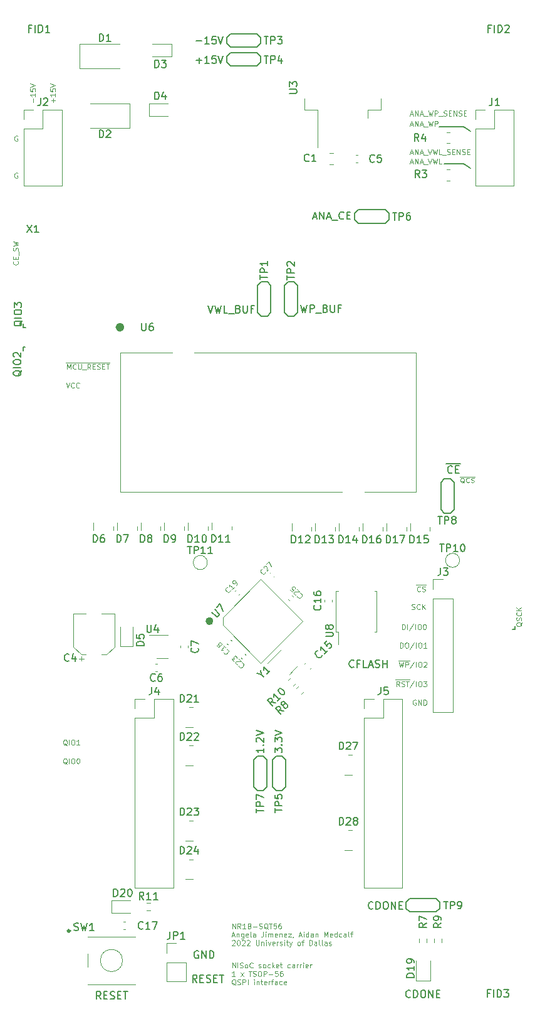
<source format=gbr>
%TF.GenerationSoftware,KiCad,Pcbnew,(6.0.8-1)-1*%
%TF.CreationDate,2022-10-19T15:00:50-05:00*%
%TF.ProjectId,NR1B-SQT56,4e523142-2d53-4515-9435-362e6b696361,rev?*%
%TF.SameCoordinates,Original*%
%TF.FileFunction,Legend,Top*%
%TF.FilePolarity,Positive*%
%FSLAX46Y46*%
G04 Gerber Fmt 4.6, Leading zero omitted, Abs format (unit mm)*
G04 Created by KiCad (PCBNEW (6.0.8-1)-1) date 2022-10-19 15:00:50*
%MOMM*%
%LPD*%
G01*
G04 APERTURE LIST*
%ADD10C,0.150000*%
%ADD11C,0.100000*%
%ADD12C,0.120000*%
%ADD13C,0.598516*%
%ADD14C,0.310000*%
%ADD15C,0.549999*%
G04 APERTURE END LIST*
D10*
X62600000Y-85600000D02*
X62600000Y-85100000D01*
X122100000Y-63500000D02*
X123000000Y-64100000D01*
X119500000Y-63500000D02*
X122100000Y-63500000D01*
X62900000Y-85600000D02*
X62600000Y-85600000D01*
X62850000Y-88200000D02*
X62550000Y-88200000D01*
X118800000Y-58500000D02*
X122100000Y-58500000D01*
X129000000Y-126350000D02*
X129000000Y-125850000D01*
X62550000Y-88750000D02*
X62550000Y-88200000D01*
X129000000Y-126350000D02*
X128700000Y-126350000D01*
X122100000Y-58500000D02*
X123000000Y-59100000D01*
D11*
X114898333Y-63316666D02*
X115231666Y-63316666D01*
X114831666Y-63516666D02*
X115065000Y-62816666D01*
X115298333Y-63516666D01*
X115531666Y-63516666D02*
X115531666Y-62816666D01*
X115931666Y-63516666D01*
X115931666Y-62816666D01*
X116231666Y-63316666D02*
X116565000Y-63316666D01*
X116165000Y-63516666D02*
X116398333Y-62816666D01*
X116631666Y-63516666D01*
X116698333Y-63583333D02*
X117231666Y-63583333D01*
X117298333Y-62816666D02*
X117531666Y-63516666D01*
X117765000Y-62816666D01*
X117931666Y-62816666D02*
X118098333Y-63516666D01*
X118231666Y-63016666D01*
X118365000Y-63516666D01*
X118531666Y-62816666D01*
X119131666Y-63516666D02*
X118798333Y-63516666D01*
X118798333Y-62816666D01*
X61840000Y-76650000D02*
X61873333Y-76683333D01*
X61906666Y-76783333D01*
X61906666Y-76850000D01*
X61873333Y-76950000D01*
X61806666Y-77016666D01*
X61740000Y-77050000D01*
X61606666Y-77083333D01*
X61506666Y-77083333D01*
X61373333Y-77050000D01*
X61306666Y-77016666D01*
X61240000Y-76950000D01*
X61206666Y-76850000D01*
X61206666Y-76783333D01*
X61240000Y-76683333D01*
X61273333Y-76650000D01*
X61540000Y-76350000D02*
X61540000Y-76116666D01*
X61906666Y-76016666D02*
X61906666Y-76350000D01*
X61206666Y-76350000D01*
X61206666Y-76016666D01*
X61973333Y-75883333D02*
X61973333Y-75350000D01*
X61873333Y-75216666D02*
X61906666Y-75116666D01*
X61906666Y-74950000D01*
X61873333Y-74883333D01*
X61840000Y-74850000D01*
X61773333Y-74816666D01*
X61706666Y-74816666D01*
X61640000Y-74850000D01*
X61606666Y-74883333D01*
X61573333Y-74950000D01*
X61540000Y-75083333D01*
X61506666Y-75150000D01*
X61473333Y-75183333D01*
X61406666Y-75216666D01*
X61340000Y-75216666D01*
X61273333Y-75183333D01*
X61240000Y-75150000D01*
X61206666Y-75083333D01*
X61206666Y-74916666D01*
X61240000Y-74816666D01*
X61206666Y-74583333D02*
X61906666Y-74416666D01*
X61406666Y-74283333D01*
X61906666Y-74150000D01*
X61206666Y-73983333D01*
D10*
X62347619Y-91387142D02*
X62300000Y-91482380D01*
X62204761Y-91577619D01*
X62061904Y-91720476D01*
X62014285Y-91815714D01*
X62014285Y-91910952D01*
X62252380Y-91863333D02*
X62204761Y-91958571D01*
X62109523Y-92053809D01*
X61919047Y-92101428D01*
X61585714Y-92101428D01*
X61395238Y-92053809D01*
X61300000Y-91958571D01*
X61252380Y-91863333D01*
X61252380Y-91672857D01*
X61300000Y-91577619D01*
X61395238Y-91482380D01*
X61585714Y-91434761D01*
X61919047Y-91434761D01*
X62109523Y-91482380D01*
X62204761Y-91577619D01*
X62252380Y-91672857D01*
X62252380Y-91863333D01*
X62252380Y-91006190D02*
X61252380Y-91006190D01*
X61252380Y-90339523D02*
X61252380Y-90149047D01*
X61300000Y-90053809D01*
X61395238Y-89958571D01*
X61585714Y-89910952D01*
X61919047Y-89910952D01*
X62109523Y-89958571D01*
X62204761Y-90053809D01*
X62252380Y-90149047D01*
X62252380Y-90339523D01*
X62204761Y-90434761D01*
X62109523Y-90530000D01*
X61919047Y-90577619D01*
X61585714Y-90577619D01*
X61395238Y-90530000D01*
X61300000Y-90434761D01*
X61252380Y-90339523D01*
X61347619Y-89530000D02*
X61300000Y-89482380D01*
X61252380Y-89387142D01*
X61252380Y-89149047D01*
X61300000Y-89053809D01*
X61347619Y-89006190D01*
X61442857Y-88958571D01*
X61538095Y-88958571D01*
X61680952Y-89006190D01*
X62252380Y-89577619D01*
X62252380Y-88958571D01*
D11*
X112868333Y-133119000D02*
X113568333Y-133119000D01*
X113435000Y-134016666D02*
X113201666Y-133683333D01*
X113035000Y-134016666D02*
X113035000Y-133316666D01*
X113301666Y-133316666D01*
X113368333Y-133350000D01*
X113401666Y-133383333D01*
X113435000Y-133450000D01*
X113435000Y-133550000D01*
X113401666Y-133616666D01*
X113368333Y-133650000D01*
X113301666Y-133683333D01*
X113035000Y-133683333D01*
X113568333Y-133119000D02*
X114235000Y-133119000D01*
X113701666Y-133983333D02*
X113801666Y-134016666D01*
X113968333Y-134016666D01*
X114035000Y-133983333D01*
X114068333Y-133950000D01*
X114101666Y-133883333D01*
X114101666Y-133816666D01*
X114068333Y-133750000D01*
X114035000Y-133716666D01*
X113968333Y-133683333D01*
X113835000Y-133650000D01*
X113768333Y-133616666D01*
X113735000Y-133583333D01*
X113701666Y-133516666D01*
X113701666Y-133450000D01*
X113735000Y-133383333D01*
X113768333Y-133350000D01*
X113835000Y-133316666D01*
X114001666Y-133316666D01*
X114101666Y-133350000D01*
X114235000Y-133119000D02*
X114768333Y-133119000D01*
X114301666Y-133316666D02*
X114701666Y-133316666D01*
X114501666Y-134016666D02*
X114501666Y-133316666D01*
X115435000Y-133283333D02*
X114835000Y-134183333D01*
X115668333Y-134016666D02*
X115668333Y-133316666D01*
X116135000Y-133316666D02*
X116268333Y-133316666D01*
X116335000Y-133350000D01*
X116401666Y-133416666D01*
X116435000Y-133550000D01*
X116435000Y-133783333D01*
X116401666Y-133916666D01*
X116335000Y-133983333D01*
X116268333Y-134016666D01*
X116135000Y-134016666D01*
X116068333Y-133983333D01*
X116001666Y-133916666D01*
X115968333Y-133783333D01*
X115968333Y-133550000D01*
X116001666Y-133416666D01*
X116068333Y-133350000D01*
X116135000Y-133316666D01*
X116668333Y-133316666D02*
X117101666Y-133316666D01*
X116868333Y-133583333D01*
X116968333Y-133583333D01*
X117035000Y-133616666D01*
X117068333Y-133650000D01*
X117101666Y-133716666D01*
X117101666Y-133883333D01*
X117068333Y-133950000D01*
X117035000Y-133983333D01*
X116968333Y-134016666D01*
X116768333Y-134016666D01*
X116701666Y-133983333D01*
X116668333Y-133950000D01*
D10*
X107247619Y-131357142D02*
X107200000Y-131404761D01*
X107057142Y-131452380D01*
X106961904Y-131452380D01*
X106819047Y-131404761D01*
X106723809Y-131309523D01*
X106676190Y-131214285D01*
X106628571Y-131023809D01*
X106628571Y-130880952D01*
X106676190Y-130690476D01*
X106723809Y-130595238D01*
X106819047Y-130500000D01*
X106961904Y-130452380D01*
X107057142Y-130452380D01*
X107200000Y-130500000D01*
X107247619Y-130547619D01*
X108009523Y-130928571D02*
X107676190Y-130928571D01*
X107676190Y-131452380D02*
X107676190Y-130452380D01*
X108152380Y-130452380D01*
X109009523Y-131452380D02*
X108533333Y-131452380D01*
X108533333Y-130452380D01*
X109295238Y-131166666D02*
X109771428Y-131166666D01*
X109200000Y-131452380D02*
X109533333Y-130452380D01*
X109866666Y-131452380D01*
X110152380Y-131404761D02*
X110295238Y-131452380D01*
X110533333Y-131452380D01*
X110628571Y-131404761D01*
X110676190Y-131357142D01*
X110723809Y-131261904D01*
X110723809Y-131166666D01*
X110676190Y-131071428D01*
X110628571Y-131023809D01*
X110533333Y-130976190D01*
X110342857Y-130928571D01*
X110247619Y-130880952D01*
X110200000Y-130833333D01*
X110152380Y-130738095D01*
X110152380Y-130642857D01*
X110200000Y-130547619D01*
X110247619Y-130500000D01*
X110342857Y-130452380D01*
X110580952Y-130452380D01*
X110723809Y-130500000D01*
X111152380Y-131452380D02*
X111152380Y-130452380D01*
X111152380Y-130928571D02*
X111723809Y-130928571D01*
X111723809Y-131452380D02*
X111723809Y-130452380D01*
D11*
X90831666Y-166689666D02*
X90831666Y-165989666D01*
X91231666Y-166689666D01*
X91231666Y-165989666D01*
X91965000Y-166689666D02*
X91731666Y-166356333D01*
X91565000Y-166689666D02*
X91565000Y-165989666D01*
X91831666Y-165989666D01*
X91898333Y-166023000D01*
X91931666Y-166056333D01*
X91965000Y-166123000D01*
X91965000Y-166223000D01*
X91931666Y-166289666D01*
X91898333Y-166323000D01*
X91831666Y-166356333D01*
X91565000Y-166356333D01*
X92631666Y-166689666D02*
X92231666Y-166689666D01*
X92431666Y-166689666D02*
X92431666Y-165989666D01*
X92365000Y-166089666D01*
X92298333Y-166156333D01*
X92231666Y-166189666D01*
X93165000Y-166323000D02*
X93265000Y-166356333D01*
X93298333Y-166389666D01*
X93331666Y-166456333D01*
X93331666Y-166556333D01*
X93298333Y-166623000D01*
X93265000Y-166656333D01*
X93198333Y-166689666D01*
X92931666Y-166689666D01*
X92931666Y-165989666D01*
X93165000Y-165989666D01*
X93231666Y-166023000D01*
X93265000Y-166056333D01*
X93298333Y-166123000D01*
X93298333Y-166189666D01*
X93265000Y-166256333D01*
X93231666Y-166289666D01*
X93165000Y-166323000D01*
X92931666Y-166323000D01*
X93631666Y-166423000D02*
X94165000Y-166423000D01*
X94465000Y-166656333D02*
X94565000Y-166689666D01*
X94731666Y-166689666D01*
X94798333Y-166656333D01*
X94831666Y-166623000D01*
X94865000Y-166556333D01*
X94865000Y-166489666D01*
X94831666Y-166423000D01*
X94798333Y-166389666D01*
X94731666Y-166356333D01*
X94598333Y-166323000D01*
X94531666Y-166289666D01*
X94498333Y-166256333D01*
X94465000Y-166189666D01*
X94465000Y-166123000D01*
X94498333Y-166056333D01*
X94531666Y-166023000D01*
X94598333Y-165989666D01*
X94765000Y-165989666D01*
X94865000Y-166023000D01*
X95631666Y-166756333D02*
X95565000Y-166723000D01*
X95498333Y-166656333D01*
X95398333Y-166556333D01*
X95331666Y-166523000D01*
X95265000Y-166523000D01*
X95298333Y-166689666D02*
X95231666Y-166656333D01*
X95165000Y-166589666D01*
X95131666Y-166456333D01*
X95131666Y-166223000D01*
X95165000Y-166089666D01*
X95231666Y-166023000D01*
X95298333Y-165989666D01*
X95431666Y-165989666D01*
X95498333Y-166023000D01*
X95565000Y-166089666D01*
X95598333Y-166223000D01*
X95598333Y-166456333D01*
X95565000Y-166589666D01*
X95498333Y-166656333D01*
X95431666Y-166689666D01*
X95298333Y-166689666D01*
X95798333Y-165989666D02*
X96198333Y-165989666D01*
X95998333Y-166689666D02*
X95998333Y-165989666D01*
X96765000Y-165989666D02*
X96431666Y-165989666D01*
X96398333Y-166323000D01*
X96431666Y-166289666D01*
X96498333Y-166256333D01*
X96665000Y-166256333D01*
X96731666Y-166289666D01*
X96765000Y-166323000D01*
X96798333Y-166389666D01*
X96798333Y-166556333D01*
X96765000Y-166623000D01*
X96731666Y-166656333D01*
X96665000Y-166689666D01*
X96498333Y-166689666D01*
X96431666Y-166656333D01*
X96398333Y-166623000D01*
X97398333Y-165989666D02*
X97265000Y-165989666D01*
X97198333Y-166023000D01*
X97165000Y-166056333D01*
X97098333Y-166156333D01*
X97065000Y-166289666D01*
X97065000Y-166556333D01*
X97098333Y-166623000D01*
X97131666Y-166656333D01*
X97198333Y-166689666D01*
X97331666Y-166689666D01*
X97398333Y-166656333D01*
X97431666Y-166623000D01*
X97465000Y-166556333D01*
X97465000Y-166389666D01*
X97431666Y-166323000D01*
X97398333Y-166289666D01*
X97331666Y-166256333D01*
X97198333Y-166256333D01*
X97131666Y-166289666D01*
X97098333Y-166323000D01*
X97065000Y-166389666D01*
X90798333Y-167616666D02*
X91131666Y-167616666D01*
X90731666Y-167816666D02*
X90965000Y-167116666D01*
X91198333Y-167816666D01*
X91431666Y-167350000D02*
X91431666Y-167816666D01*
X91431666Y-167416666D02*
X91465000Y-167383333D01*
X91531666Y-167350000D01*
X91631666Y-167350000D01*
X91698333Y-167383333D01*
X91731666Y-167450000D01*
X91731666Y-167816666D01*
X92365000Y-167350000D02*
X92365000Y-167916666D01*
X92331666Y-167983333D01*
X92298333Y-168016666D01*
X92231666Y-168050000D01*
X92131666Y-168050000D01*
X92065000Y-168016666D01*
X92365000Y-167783333D02*
X92298333Y-167816666D01*
X92165000Y-167816666D01*
X92098333Y-167783333D01*
X92065000Y-167750000D01*
X92031666Y-167683333D01*
X92031666Y-167483333D01*
X92065000Y-167416666D01*
X92098333Y-167383333D01*
X92165000Y-167350000D01*
X92298333Y-167350000D01*
X92365000Y-167383333D01*
X92965000Y-167783333D02*
X92898333Y-167816666D01*
X92765000Y-167816666D01*
X92698333Y-167783333D01*
X92665000Y-167716666D01*
X92665000Y-167450000D01*
X92698333Y-167383333D01*
X92765000Y-167350000D01*
X92898333Y-167350000D01*
X92965000Y-167383333D01*
X92998333Y-167450000D01*
X92998333Y-167516666D01*
X92665000Y-167583333D01*
X93398333Y-167816666D02*
X93331666Y-167783333D01*
X93298333Y-167716666D01*
X93298333Y-167116666D01*
X93965000Y-167816666D02*
X93965000Y-167450000D01*
X93931666Y-167383333D01*
X93865000Y-167350000D01*
X93731666Y-167350000D01*
X93665000Y-167383333D01*
X93965000Y-167783333D02*
X93898333Y-167816666D01*
X93731666Y-167816666D01*
X93665000Y-167783333D01*
X93631666Y-167716666D01*
X93631666Y-167650000D01*
X93665000Y-167583333D01*
X93731666Y-167550000D01*
X93898333Y-167550000D01*
X93965000Y-167516666D01*
X95031666Y-167116666D02*
X95031666Y-167616666D01*
X94998333Y-167716666D01*
X94931666Y-167783333D01*
X94831666Y-167816666D01*
X94765000Y-167816666D01*
X95365000Y-167816666D02*
X95365000Y-167350000D01*
X95365000Y-167116666D02*
X95331666Y-167150000D01*
X95365000Y-167183333D01*
X95398333Y-167150000D01*
X95365000Y-167116666D01*
X95365000Y-167183333D01*
X95698333Y-167816666D02*
X95698333Y-167350000D01*
X95698333Y-167416666D02*
X95731666Y-167383333D01*
X95798333Y-167350000D01*
X95898333Y-167350000D01*
X95965000Y-167383333D01*
X95998333Y-167450000D01*
X95998333Y-167816666D01*
X95998333Y-167450000D02*
X96031666Y-167383333D01*
X96098333Y-167350000D01*
X96198333Y-167350000D01*
X96265000Y-167383333D01*
X96298333Y-167450000D01*
X96298333Y-167816666D01*
X96898333Y-167783333D02*
X96831666Y-167816666D01*
X96698333Y-167816666D01*
X96631666Y-167783333D01*
X96598333Y-167716666D01*
X96598333Y-167450000D01*
X96631666Y-167383333D01*
X96698333Y-167350000D01*
X96831666Y-167350000D01*
X96898333Y-167383333D01*
X96931666Y-167450000D01*
X96931666Y-167516666D01*
X96598333Y-167583333D01*
X97231666Y-167350000D02*
X97231666Y-167816666D01*
X97231666Y-167416666D02*
X97265000Y-167383333D01*
X97331666Y-167350000D01*
X97431666Y-167350000D01*
X97498333Y-167383333D01*
X97531666Y-167450000D01*
X97531666Y-167816666D01*
X98131666Y-167783333D02*
X98065000Y-167816666D01*
X97931666Y-167816666D01*
X97865000Y-167783333D01*
X97831666Y-167716666D01*
X97831666Y-167450000D01*
X97865000Y-167383333D01*
X97931666Y-167350000D01*
X98065000Y-167350000D01*
X98131666Y-167383333D01*
X98165000Y-167450000D01*
X98165000Y-167516666D01*
X97831666Y-167583333D01*
X98398333Y-167350000D02*
X98765000Y-167350000D01*
X98398333Y-167816666D01*
X98765000Y-167816666D01*
X99065000Y-167783333D02*
X99065000Y-167816666D01*
X99031666Y-167883333D01*
X98998333Y-167916666D01*
X99865000Y-167616666D02*
X100198333Y-167616666D01*
X99798333Y-167816666D02*
X100031666Y-167116666D01*
X100265000Y-167816666D01*
X100498333Y-167816666D02*
X100498333Y-167350000D01*
X100498333Y-167116666D02*
X100465000Y-167150000D01*
X100498333Y-167183333D01*
X100531666Y-167150000D01*
X100498333Y-167116666D01*
X100498333Y-167183333D01*
X101131666Y-167816666D02*
X101131666Y-167116666D01*
X101131666Y-167783333D02*
X101065000Y-167816666D01*
X100931666Y-167816666D01*
X100865000Y-167783333D01*
X100831666Y-167750000D01*
X100798333Y-167683333D01*
X100798333Y-167483333D01*
X100831666Y-167416666D01*
X100865000Y-167383333D01*
X100931666Y-167350000D01*
X101065000Y-167350000D01*
X101131666Y-167383333D01*
X101765000Y-167816666D02*
X101765000Y-167450000D01*
X101731666Y-167383333D01*
X101665000Y-167350000D01*
X101531666Y-167350000D01*
X101465000Y-167383333D01*
X101765000Y-167783333D02*
X101698333Y-167816666D01*
X101531666Y-167816666D01*
X101465000Y-167783333D01*
X101431666Y-167716666D01*
X101431666Y-167650000D01*
X101465000Y-167583333D01*
X101531666Y-167550000D01*
X101698333Y-167550000D01*
X101765000Y-167516666D01*
X102098333Y-167350000D02*
X102098333Y-167816666D01*
X102098333Y-167416666D02*
X102131666Y-167383333D01*
X102198333Y-167350000D01*
X102298333Y-167350000D01*
X102365000Y-167383333D01*
X102398333Y-167450000D01*
X102398333Y-167816666D01*
X103265000Y-167816666D02*
X103265000Y-167116666D01*
X103498333Y-167616666D01*
X103731666Y-167116666D01*
X103731666Y-167816666D01*
X104331666Y-167783333D02*
X104265000Y-167816666D01*
X104131666Y-167816666D01*
X104065000Y-167783333D01*
X104031666Y-167716666D01*
X104031666Y-167450000D01*
X104065000Y-167383333D01*
X104131666Y-167350000D01*
X104265000Y-167350000D01*
X104331666Y-167383333D01*
X104365000Y-167450000D01*
X104365000Y-167516666D01*
X104031666Y-167583333D01*
X104965000Y-167816666D02*
X104965000Y-167116666D01*
X104965000Y-167783333D02*
X104898333Y-167816666D01*
X104765000Y-167816666D01*
X104698333Y-167783333D01*
X104665000Y-167750000D01*
X104631666Y-167683333D01*
X104631666Y-167483333D01*
X104665000Y-167416666D01*
X104698333Y-167383333D01*
X104765000Y-167350000D01*
X104898333Y-167350000D01*
X104965000Y-167383333D01*
X105598333Y-167783333D02*
X105531666Y-167816666D01*
X105398333Y-167816666D01*
X105331666Y-167783333D01*
X105298333Y-167750000D01*
X105265000Y-167683333D01*
X105265000Y-167483333D01*
X105298333Y-167416666D01*
X105331666Y-167383333D01*
X105398333Y-167350000D01*
X105531666Y-167350000D01*
X105598333Y-167383333D01*
X106198333Y-167816666D02*
X106198333Y-167450000D01*
X106165000Y-167383333D01*
X106098333Y-167350000D01*
X105965000Y-167350000D01*
X105898333Y-167383333D01*
X106198333Y-167783333D02*
X106131666Y-167816666D01*
X105965000Y-167816666D01*
X105898333Y-167783333D01*
X105865000Y-167716666D01*
X105865000Y-167650000D01*
X105898333Y-167583333D01*
X105965000Y-167550000D01*
X106131666Y-167550000D01*
X106198333Y-167516666D01*
X106631666Y-167816666D02*
X106565000Y-167783333D01*
X106531666Y-167716666D01*
X106531666Y-167116666D01*
X106798333Y-167350000D02*
X107065000Y-167350000D01*
X106898333Y-167816666D02*
X106898333Y-167216666D01*
X106931666Y-167150000D01*
X106998333Y-167116666D01*
X107065000Y-167116666D01*
X90798333Y-168310333D02*
X90831666Y-168277000D01*
X90898333Y-168243666D01*
X91065000Y-168243666D01*
X91131666Y-168277000D01*
X91165000Y-168310333D01*
X91198333Y-168377000D01*
X91198333Y-168443666D01*
X91165000Y-168543666D01*
X90765000Y-168943666D01*
X91198333Y-168943666D01*
X91631666Y-168243666D02*
X91698333Y-168243666D01*
X91765000Y-168277000D01*
X91798333Y-168310333D01*
X91831666Y-168377000D01*
X91865000Y-168510333D01*
X91865000Y-168677000D01*
X91831666Y-168810333D01*
X91798333Y-168877000D01*
X91765000Y-168910333D01*
X91698333Y-168943666D01*
X91631666Y-168943666D01*
X91565000Y-168910333D01*
X91531666Y-168877000D01*
X91498333Y-168810333D01*
X91465000Y-168677000D01*
X91465000Y-168510333D01*
X91498333Y-168377000D01*
X91531666Y-168310333D01*
X91565000Y-168277000D01*
X91631666Y-168243666D01*
X92131666Y-168310333D02*
X92165000Y-168277000D01*
X92231666Y-168243666D01*
X92398333Y-168243666D01*
X92465000Y-168277000D01*
X92498333Y-168310333D01*
X92531666Y-168377000D01*
X92531666Y-168443666D01*
X92498333Y-168543666D01*
X92098333Y-168943666D01*
X92531666Y-168943666D01*
X92798333Y-168310333D02*
X92831666Y-168277000D01*
X92898333Y-168243666D01*
X93065000Y-168243666D01*
X93131666Y-168277000D01*
X93165000Y-168310333D01*
X93198333Y-168377000D01*
X93198333Y-168443666D01*
X93165000Y-168543666D01*
X92765000Y-168943666D01*
X93198333Y-168943666D01*
X94031666Y-168243666D02*
X94031666Y-168810333D01*
X94065000Y-168877000D01*
X94098333Y-168910333D01*
X94165000Y-168943666D01*
X94298333Y-168943666D01*
X94365000Y-168910333D01*
X94398333Y-168877000D01*
X94431666Y-168810333D01*
X94431666Y-168243666D01*
X94765000Y-168477000D02*
X94765000Y-168943666D01*
X94765000Y-168543666D02*
X94798333Y-168510333D01*
X94865000Y-168477000D01*
X94965000Y-168477000D01*
X95031666Y-168510333D01*
X95065000Y-168577000D01*
X95065000Y-168943666D01*
X95398333Y-168943666D02*
X95398333Y-168477000D01*
X95398333Y-168243666D02*
X95365000Y-168277000D01*
X95398333Y-168310333D01*
X95431666Y-168277000D01*
X95398333Y-168243666D01*
X95398333Y-168310333D01*
X95665000Y-168477000D02*
X95831666Y-168943666D01*
X95998333Y-168477000D01*
X96531666Y-168910333D02*
X96465000Y-168943666D01*
X96331666Y-168943666D01*
X96265000Y-168910333D01*
X96231666Y-168843666D01*
X96231666Y-168577000D01*
X96265000Y-168510333D01*
X96331666Y-168477000D01*
X96465000Y-168477000D01*
X96531666Y-168510333D01*
X96565000Y-168577000D01*
X96565000Y-168643666D01*
X96231666Y-168710333D01*
X96865000Y-168943666D02*
X96865000Y-168477000D01*
X96865000Y-168610333D02*
X96898333Y-168543666D01*
X96931666Y-168510333D01*
X96998333Y-168477000D01*
X97065000Y-168477000D01*
X97265000Y-168910333D02*
X97331666Y-168943666D01*
X97465000Y-168943666D01*
X97531666Y-168910333D01*
X97565000Y-168843666D01*
X97565000Y-168810333D01*
X97531666Y-168743666D01*
X97465000Y-168710333D01*
X97365000Y-168710333D01*
X97298333Y-168677000D01*
X97265000Y-168610333D01*
X97265000Y-168577000D01*
X97298333Y-168510333D01*
X97365000Y-168477000D01*
X97465000Y-168477000D01*
X97531666Y-168510333D01*
X97865000Y-168943666D02*
X97865000Y-168477000D01*
X97865000Y-168243666D02*
X97831666Y-168277000D01*
X97865000Y-168310333D01*
X97898333Y-168277000D01*
X97865000Y-168243666D01*
X97865000Y-168310333D01*
X98098333Y-168477000D02*
X98365000Y-168477000D01*
X98198333Y-168243666D02*
X98198333Y-168843666D01*
X98231666Y-168910333D01*
X98298333Y-168943666D01*
X98365000Y-168943666D01*
X98531666Y-168477000D02*
X98698333Y-168943666D01*
X98865000Y-168477000D02*
X98698333Y-168943666D01*
X98631666Y-169110333D01*
X98598333Y-169143666D01*
X98531666Y-169177000D01*
X99765000Y-168943666D02*
X99698333Y-168910333D01*
X99665000Y-168877000D01*
X99631666Y-168810333D01*
X99631666Y-168610333D01*
X99665000Y-168543666D01*
X99698333Y-168510333D01*
X99765000Y-168477000D01*
X99865000Y-168477000D01*
X99931666Y-168510333D01*
X99965000Y-168543666D01*
X99998333Y-168610333D01*
X99998333Y-168810333D01*
X99965000Y-168877000D01*
X99931666Y-168910333D01*
X99865000Y-168943666D01*
X99765000Y-168943666D01*
X100198333Y-168477000D02*
X100465000Y-168477000D01*
X100298333Y-168943666D02*
X100298333Y-168343666D01*
X100331666Y-168277000D01*
X100398333Y-168243666D01*
X100465000Y-168243666D01*
X101231666Y-168943666D02*
X101231666Y-168243666D01*
X101398333Y-168243666D01*
X101498333Y-168277000D01*
X101565000Y-168343666D01*
X101598333Y-168410333D01*
X101631666Y-168543666D01*
X101631666Y-168643666D01*
X101598333Y-168777000D01*
X101565000Y-168843666D01*
X101498333Y-168910333D01*
X101398333Y-168943666D01*
X101231666Y-168943666D01*
X102231666Y-168943666D02*
X102231666Y-168577000D01*
X102198333Y-168510333D01*
X102131666Y-168477000D01*
X101998333Y-168477000D01*
X101931666Y-168510333D01*
X102231666Y-168910333D02*
X102165000Y-168943666D01*
X101998333Y-168943666D01*
X101931666Y-168910333D01*
X101898333Y-168843666D01*
X101898333Y-168777000D01*
X101931666Y-168710333D01*
X101998333Y-168677000D01*
X102165000Y-168677000D01*
X102231666Y-168643666D01*
X102665000Y-168943666D02*
X102598333Y-168910333D01*
X102565000Y-168843666D01*
X102565000Y-168243666D01*
X103031666Y-168943666D02*
X102965000Y-168910333D01*
X102931666Y-168843666D01*
X102931666Y-168243666D01*
X103598333Y-168943666D02*
X103598333Y-168577000D01*
X103565000Y-168510333D01*
X103498333Y-168477000D01*
X103365000Y-168477000D01*
X103298333Y-168510333D01*
X103598333Y-168910333D02*
X103531666Y-168943666D01*
X103365000Y-168943666D01*
X103298333Y-168910333D01*
X103265000Y-168843666D01*
X103265000Y-168777000D01*
X103298333Y-168710333D01*
X103365000Y-168677000D01*
X103531666Y-168677000D01*
X103598333Y-168643666D01*
X103898333Y-168910333D02*
X103965000Y-168943666D01*
X104098333Y-168943666D01*
X104165000Y-168910333D01*
X104198333Y-168843666D01*
X104198333Y-168810333D01*
X104165000Y-168743666D01*
X104098333Y-168710333D01*
X103998333Y-168710333D01*
X103931666Y-168677000D01*
X103898333Y-168610333D01*
X103898333Y-168577000D01*
X103931666Y-168510333D01*
X103998333Y-168477000D01*
X104098333Y-168477000D01*
X104165000Y-168510333D01*
D10*
X114909523Y-175907142D02*
X114861904Y-175954761D01*
X114719047Y-176002380D01*
X114623809Y-176002380D01*
X114480952Y-175954761D01*
X114385714Y-175859523D01*
X114338095Y-175764285D01*
X114290476Y-175573809D01*
X114290476Y-175430952D01*
X114338095Y-175240476D01*
X114385714Y-175145238D01*
X114480952Y-175050000D01*
X114623809Y-175002380D01*
X114719047Y-175002380D01*
X114861904Y-175050000D01*
X114909523Y-175097619D01*
X115338095Y-176002380D02*
X115338095Y-175002380D01*
X115576190Y-175002380D01*
X115719047Y-175050000D01*
X115814285Y-175145238D01*
X115861904Y-175240476D01*
X115909523Y-175430952D01*
X115909523Y-175573809D01*
X115861904Y-175764285D01*
X115814285Y-175859523D01*
X115719047Y-175954761D01*
X115576190Y-176002380D01*
X115338095Y-176002380D01*
X116528571Y-175002380D02*
X116719047Y-175002380D01*
X116814285Y-175050000D01*
X116909523Y-175145238D01*
X116957142Y-175335714D01*
X116957142Y-175669047D01*
X116909523Y-175859523D01*
X116814285Y-175954761D01*
X116719047Y-176002380D01*
X116528571Y-176002380D01*
X116433333Y-175954761D01*
X116338095Y-175859523D01*
X116290476Y-175669047D01*
X116290476Y-175335714D01*
X116338095Y-175145238D01*
X116433333Y-175050000D01*
X116528571Y-175002380D01*
X117385714Y-176002380D02*
X117385714Y-175002380D01*
X117957142Y-176002380D01*
X117957142Y-175002380D01*
X118433333Y-175478571D02*
X118766666Y-175478571D01*
X118909523Y-176002380D02*
X118433333Y-176002380D01*
X118433333Y-175002380D01*
X118909523Y-175002380D01*
D11*
X68500000Y-141983333D02*
X68433333Y-141950000D01*
X68366666Y-141883333D01*
X68266666Y-141783333D01*
X68200000Y-141750000D01*
X68133333Y-141750000D01*
X68166666Y-141916666D02*
X68100000Y-141883333D01*
X68033333Y-141816666D01*
X68000000Y-141683333D01*
X68000000Y-141450000D01*
X68033333Y-141316666D01*
X68100000Y-141250000D01*
X68166666Y-141216666D01*
X68300000Y-141216666D01*
X68366666Y-141250000D01*
X68433333Y-141316666D01*
X68466666Y-141450000D01*
X68466666Y-141683333D01*
X68433333Y-141816666D01*
X68366666Y-141883333D01*
X68300000Y-141916666D01*
X68166666Y-141916666D01*
X68766666Y-141916666D02*
X68766666Y-141216666D01*
X69233333Y-141216666D02*
X69366666Y-141216666D01*
X69433333Y-141250000D01*
X69500000Y-141316666D01*
X69533333Y-141450000D01*
X69533333Y-141683333D01*
X69500000Y-141816666D01*
X69433333Y-141883333D01*
X69366666Y-141916666D01*
X69233333Y-141916666D01*
X69166666Y-141883333D01*
X69100000Y-141816666D01*
X69066666Y-141683333D01*
X69066666Y-141450000D01*
X69100000Y-141316666D01*
X69166666Y-141250000D01*
X69233333Y-141216666D01*
X70200000Y-141916666D02*
X69800000Y-141916666D01*
X70000000Y-141916666D02*
X70000000Y-141216666D01*
X69933333Y-141316666D01*
X69866666Y-141383333D01*
X69800000Y-141416666D01*
X115635000Y-135850000D02*
X115568333Y-135816666D01*
X115468333Y-135816666D01*
X115368333Y-135850000D01*
X115301666Y-135916666D01*
X115268333Y-135983333D01*
X115235000Y-136116666D01*
X115235000Y-136216666D01*
X115268333Y-136350000D01*
X115301666Y-136416666D01*
X115368333Y-136483333D01*
X115468333Y-136516666D01*
X115535000Y-136516666D01*
X115635000Y-136483333D01*
X115668333Y-136450000D01*
X115668333Y-136216666D01*
X115535000Y-136216666D01*
X115968333Y-136516666D02*
X115968333Y-135816666D01*
X116368333Y-136516666D01*
X116368333Y-135816666D01*
X116701666Y-136516666D02*
X116701666Y-135816666D01*
X116868333Y-135816666D01*
X116968333Y-135850000D01*
X117035000Y-135916666D01*
X117068333Y-135983333D01*
X117101666Y-136116666D01*
X117101666Y-136216666D01*
X117068333Y-136350000D01*
X117035000Y-136416666D01*
X116968333Y-136483333D01*
X116868333Y-136516666D01*
X116701666Y-136516666D01*
X66650000Y-55233333D02*
X66650000Y-54700000D01*
X66916666Y-54966666D02*
X66383333Y-54966666D01*
X66916666Y-54000000D02*
X66916666Y-54400000D01*
X66916666Y-54200000D02*
X66216666Y-54200000D01*
X66316666Y-54266666D01*
X66383333Y-54333333D01*
X66416666Y-54400000D01*
X66216666Y-53366666D02*
X66216666Y-53700000D01*
X66550000Y-53733333D01*
X66516666Y-53700000D01*
X66483333Y-53633333D01*
X66483333Y-53466666D01*
X66516666Y-53400000D01*
X66550000Y-53366666D01*
X66616666Y-53333333D01*
X66783333Y-53333333D01*
X66850000Y-53366666D01*
X66883333Y-53400000D01*
X66916666Y-53466666D01*
X66916666Y-53633333D01*
X66883333Y-53700000D01*
X66850000Y-53733333D01*
X66216666Y-53133333D02*
X66916666Y-52900000D01*
X66216666Y-52666666D01*
X115668333Y-120319000D02*
X116368333Y-120319000D01*
X116235000Y-121150000D02*
X116201666Y-121183333D01*
X116101666Y-121216666D01*
X116035000Y-121216666D01*
X115935000Y-121183333D01*
X115868333Y-121116666D01*
X115835000Y-121050000D01*
X115801666Y-120916666D01*
X115801666Y-120816666D01*
X115835000Y-120683333D01*
X115868333Y-120616666D01*
X115935000Y-120550000D01*
X116035000Y-120516666D01*
X116101666Y-120516666D01*
X116201666Y-120550000D01*
X116235000Y-120583333D01*
X116368333Y-120319000D02*
X117035000Y-120319000D01*
X116501666Y-121183333D02*
X116601666Y-121216666D01*
X116768333Y-121216666D01*
X116835000Y-121183333D01*
X116868333Y-121150000D01*
X116901666Y-121083333D01*
X116901666Y-121016666D01*
X116868333Y-120950000D01*
X116835000Y-120916666D01*
X116768333Y-120883333D01*
X116635000Y-120850000D01*
X116568333Y-120816666D01*
X116535000Y-120783333D01*
X116501666Y-120716666D01*
X116501666Y-120650000D01*
X116535000Y-120583333D01*
X116568333Y-120550000D01*
X116635000Y-120516666D01*
X116801666Y-120516666D01*
X116901666Y-120550000D01*
X115101666Y-123583333D02*
X115201666Y-123616666D01*
X115368333Y-123616666D01*
X115435000Y-123583333D01*
X115468333Y-123550000D01*
X115501666Y-123483333D01*
X115501666Y-123416666D01*
X115468333Y-123350000D01*
X115435000Y-123316666D01*
X115368333Y-123283333D01*
X115235000Y-123250000D01*
X115168333Y-123216666D01*
X115135000Y-123183333D01*
X115101666Y-123116666D01*
X115101666Y-123050000D01*
X115135000Y-122983333D01*
X115168333Y-122950000D01*
X115235000Y-122916666D01*
X115401666Y-122916666D01*
X115501666Y-122950000D01*
X116201666Y-123550000D02*
X116168333Y-123583333D01*
X116068333Y-123616666D01*
X116001666Y-123616666D01*
X115901666Y-123583333D01*
X115835000Y-123516666D01*
X115801666Y-123450000D01*
X115768333Y-123316666D01*
X115768333Y-123216666D01*
X115801666Y-123083333D01*
X115835000Y-123016666D01*
X115901666Y-122950000D01*
X116001666Y-122916666D01*
X116068333Y-122916666D01*
X116168333Y-122950000D01*
X116201666Y-122983333D01*
X116501666Y-123616666D02*
X116501666Y-122916666D01*
X116901666Y-123616666D02*
X116601666Y-123216666D01*
X116901666Y-122916666D02*
X116501666Y-123316666D01*
D10*
X73047619Y-176202380D02*
X72714285Y-175726190D01*
X72476190Y-176202380D02*
X72476190Y-175202380D01*
X72857142Y-175202380D01*
X72952380Y-175250000D01*
X73000000Y-175297619D01*
X73047619Y-175392857D01*
X73047619Y-175535714D01*
X73000000Y-175630952D01*
X72952380Y-175678571D01*
X72857142Y-175726190D01*
X72476190Y-175726190D01*
X73476190Y-175678571D02*
X73809523Y-175678571D01*
X73952380Y-176202380D02*
X73476190Y-176202380D01*
X73476190Y-175202380D01*
X73952380Y-175202380D01*
X74333333Y-176154761D02*
X74476190Y-176202380D01*
X74714285Y-176202380D01*
X74809523Y-176154761D01*
X74857142Y-176107142D01*
X74904761Y-176011904D01*
X74904761Y-175916666D01*
X74857142Y-175821428D01*
X74809523Y-175773809D01*
X74714285Y-175726190D01*
X74523809Y-175678571D01*
X74428571Y-175630952D01*
X74380952Y-175583333D01*
X74333333Y-175488095D01*
X74333333Y-175392857D01*
X74380952Y-175297619D01*
X74428571Y-175250000D01*
X74523809Y-175202380D01*
X74761904Y-175202380D01*
X74904761Y-175250000D01*
X75333333Y-175678571D02*
X75666666Y-175678571D01*
X75809523Y-176202380D02*
X75333333Y-176202380D01*
X75333333Y-175202380D01*
X75809523Y-175202380D01*
X76095238Y-175202380D02*
X76666666Y-175202380D01*
X76380952Y-176202380D02*
X76380952Y-175202380D01*
D11*
X90831666Y-171989666D02*
X90831666Y-171289666D01*
X91231666Y-171989666D01*
X91231666Y-171289666D01*
X91565000Y-171989666D02*
X91565000Y-171289666D01*
X91865000Y-171956333D02*
X91965000Y-171989666D01*
X92131666Y-171989666D01*
X92198333Y-171956333D01*
X92231666Y-171923000D01*
X92265000Y-171856333D01*
X92265000Y-171789666D01*
X92231666Y-171723000D01*
X92198333Y-171689666D01*
X92131666Y-171656333D01*
X91998333Y-171623000D01*
X91931666Y-171589666D01*
X91898333Y-171556333D01*
X91865000Y-171489666D01*
X91865000Y-171423000D01*
X91898333Y-171356333D01*
X91931666Y-171323000D01*
X91998333Y-171289666D01*
X92165000Y-171289666D01*
X92265000Y-171323000D01*
X92665000Y-171989666D02*
X92598333Y-171956333D01*
X92565000Y-171923000D01*
X92531666Y-171856333D01*
X92531666Y-171656333D01*
X92565000Y-171589666D01*
X92598333Y-171556333D01*
X92665000Y-171523000D01*
X92765000Y-171523000D01*
X92831666Y-171556333D01*
X92865000Y-171589666D01*
X92898333Y-171656333D01*
X92898333Y-171856333D01*
X92865000Y-171923000D01*
X92831666Y-171956333D01*
X92765000Y-171989666D01*
X92665000Y-171989666D01*
X93598333Y-171923000D02*
X93565000Y-171956333D01*
X93465000Y-171989666D01*
X93398333Y-171989666D01*
X93298333Y-171956333D01*
X93231666Y-171889666D01*
X93198333Y-171823000D01*
X93165000Y-171689666D01*
X93165000Y-171589666D01*
X93198333Y-171456333D01*
X93231666Y-171389666D01*
X93298333Y-171323000D01*
X93398333Y-171289666D01*
X93465000Y-171289666D01*
X93565000Y-171323000D01*
X93598333Y-171356333D01*
X94398333Y-171956333D02*
X94465000Y-171989666D01*
X94598333Y-171989666D01*
X94665000Y-171956333D01*
X94698333Y-171889666D01*
X94698333Y-171856333D01*
X94665000Y-171789666D01*
X94598333Y-171756333D01*
X94498333Y-171756333D01*
X94431666Y-171723000D01*
X94398333Y-171656333D01*
X94398333Y-171623000D01*
X94431666Y-171556333D01*
X94498333Y-171523000D01*
X94598333Y-171523000D01*
X94665000Y-171556333D01*
X95098333Y-171989666D02*
X95031666Y-171956333D01*
X94998333Y-171923000D01*
X94965000Y-171856333D01*
X94965000Y-171656333D01*
X94998333Y-171589666D01*
X95031666Y-171556333D01*
X95098333Y-171523000D01*
X95198333Y-171523000D01*
X95265000Y-171556333D01*
X95298333Y-171589666D01*
X95331666Y-171656333D01*
X95331666Y-171856333D01*
X95298333Y-171923000D01*
X95265000Y-171956333D01*
X95198333Y-171989666D01*
X95098333Y-171989666D01*
X95931666Y-171956333D02*
X95865000Y-171989666D01*
X95731666Y-171989666D01*
X95665000Y-171956333D01*
X95631666Y-171923000D01*
X95598333Y-171856333D01*
X95598333Y-171656333D01*
X95631666Y-171589666D01*
X95665000Y-171556333D01*
X95731666Y-171523000D01*
X95865000Y-171523000D01*
X95931666Y-171556333D01*
X96231666Y-171989666D02*
X96231666Y-171289666D01*
X96298333Y-171723000D02*
X96498333Y-171989666D01*
X96498333Y-171523000D02*
X96231666Y-171789666D01*
X97065000Y-171956333D02*
X96998333Y-171989666D01*
X96865000Y-171989666D01*
X96798333Y-171956333D01*
X96765000Y-171889666D01*
X96765000Y-171623000D01*
X96798333Y-171556333D01*
X96865000Y-171523000D01*
X96998333Y-171523000D01*
X97065000Y-171556333D01*
X97098333Y-171623000D01*
X97098333Y-171689666D01*
X96765000Y-171756333D01*
X97298333Y-171523000D02*
X97565000Y-171523000D01*
X97398333Y-171289666D02*
X97398333Y-171889666D01*
X97431666Y-171956333D01*
X97498333Y-171989666D01*
X97565000Y-171989666D01*
X98631666Y-171956333D02*
X98565000Y-171989666D01*
X98431666Y-171989666D01*
X98365000Y-171956333D01*
X98331666Y-171923000D01*
X98298333Y-171856333D01*
X98298333Y-171656333D01*
X98331666Y-171589666D01*
X98365000Y-171556333D01*
X98431666Y-171523000D01*
X98565000Y-171523000D01*
X98631666Y-171556333D01*
X99231666Y-171989666D02*
X99231666Y-171623000D01*
X99198333Y-171556333D01*
X99131666Y-171523000D01*
X98998333Y-171523000D01*
X98931666Y-171556333D01*
X99231666Y-171956333D02*
X99165000Y-171989666D01*
X98998333Y-171989666D01*
X98931666Y-171956333D01*
X98898333Y-171889666D01*
X98898333Y-171823000D01*
X98931666Y-171756333D01*
X98998333Y-171723000D01*
X99165000Y-171723000D01*
X99231666Y-171689666D01*
X99565000Y-171989666D02*
X99565000Y-171523000D01*
X99565000Y-171656333D02*
X99598333Y-171589666D01*
X99631666Y-171556333D01*
X99698333Y-171523000D01*
X99765000Y-171523000D01*
X99998333Y-171989666D02*
X99998333Y-171523000D01*
X99998333Y-171656333D02*
X100031666Y-171589666D01*
X100065000Y-171556333D01*
X100131666Y-171523000D01*
X100198333Y-171523000D01*
X100431666Y-171989666D02*
X100431666Y-171523000D01*
X100431666Y-171289666D02*
X100398333Y-171323000D01*
X100431666Y-171356333D01*
X100465000Y-171323000D01*
X100431666Y-171289666D01*
X100431666Y-171356333D01*
X101031666Y-171956333D02*
X100965000Y-171989666D01*
X100831666Y-171989666D01*
X100765000Y-171956333D01*
X100731666Y-171889666D01*
X100731666Y-171623000D01*
X100765000Y-171556333D01*
X100831666Y-171523000D01*
X100965000Y-171523000D01*
X101031666Y-171556333D01*
X101065000Y-171623000D01*
X101065000Y-171689666D01*
X100731666Y-171756333D01*
X101365000Y-171989666D02*
X101365000Y-171523000D01*
X101365000Y-171656333D02*
X101398333Y-171589666D01*
X101431666Y-171556333D01*
X101498333Y-171523000D01*
X101565000Y-171523000D01*
X91198333Y-173116666D02*
X90798333Y-173116666D01*
X90998333Y-173116666D02*
X90998333Y-172416666D01*
X90931666Y-172516666D01*
X90865000Y-172583333D01*
X90798333Y-172616666D01*
X91965000Y-173116666D02*
X92331666Y-172650000D01*
X91965000Y-172650000D02*
X92331666Y-173116666D01*
X93031666Y-172416666D02*
X93431666Y-172416666D01*
X93231666Y-173116666D02*
X93231666Y-172416666D01*
X93631666Y-173083333D02*
X93731666Y-173116666D01*
X93898333Y-173116666D01*
X93965000Y-173083333D01*
X93998333Y-173050000D01*
X94031666Y-172983333D01*
X94031666Y-172916666D01*
X93998333Y-172850000D01*
X93965000Y-172816666D01*
X93898333Y-172783333D01*
X93765000Y-172750000D01*
X93698333Y-172716666D01*
X93665000Y-172683333D01*
X93631666Y-172616666D01*
X93631666Y-172550000D01*
X93665000Y-172483333D01*
X93698333Y-172450000D01*
X93765000Y-172416666D01*
X93931666Y-172416666D01*
X94031666Y-172450000D01*
X94465000Y-172416666D02*
X94598333Y-172416666D01*
X94665000Y-172450000D01*
X94731666Y-172516666D01*
X94765000Y-172650000D01*
X94765000Y-172883333D01*
X94731666Y-173016666D01*
X94665000Y-173083333D01*
X94598333Y-173116666D01*
X94465000Y-173116666D01*
X94398333Y-173083333D01*
X94331666Y-173016666D01*
X94298333Y-172883333D01*
X94298333Y-172650000D01*
X94331666Y-172516666D01*
X94398333Y-172450000D01*
X94465000Y-172416666D01*
X95065000Y-173116666D02*
X95065000Y-172416666D01*
X95331666Y-172416666D01*
X95398333Y-172450000D01*
X95431666Y-172483333D01*
X95465000Y-172550000D01*
X95465000Y-172650000D01*
X95431666Y-172716666D01*
X95398333Y-172750000D01*
X95331666Y-172783333D01*
X95065000Y-172783333D01*
X95765000Y-172850000D02*
X96298333Y-172850000D01*
X96965000Y-172416666D02*
X96631666Y-172416666D01*
X96598333Y-172750000D01*
X96631666Y-172716666D01*
X96698333Y-172683333D01*
X96865000Y-172683333D01*
X96931666Y-172716666D01*
X96965000Y-172750000D01*
X96998333Y-172816666D01*
X96998333Y-172983333D01*
X96965000Y-173050000D01*
X96931666Y-173083333D01*
X96865000Y-173116666D01*
X96698333Y-173116666D01*
X96631666Y-173083333D01*
X96598333Y-173050000D01*
X97598333Y-172416666D02*
X97465000Y-172416666D01*
X97398333Y-172450000D01*
X97365000Y-172483333D01*
X97298333Y-172583333D01*
X97265000Y-172716666D01*
X97265000Y-172983333D01*
X97298333Y-173050000D01*
X97331666Y-173083333D01*
X97398333Y-173116666D01*
X97531666Y-173116666D01*
X97598333Y-173083333D01*
X97631666Y-173050000D01*
X97665000Y-172983333D01*
X97665000Y-172816666D01*
X97631666Y-172750000D01*
X97598333Y-172716666D01*
X97531666Y-172683333D01*
X97398333Y-172683333D01*
X97331666Y-172716666D01*
X97298333Y-172750000D01*
X97265000Y-172816666D01*
X91298333Y-174310333D02*
X91231666Y-174277000D01*
X91165000Y-174210333D01*
X91065000Y-174110333D01*
X90998333Y-174077000D01*
X90931666Y-174077000D01*
X90965000Y-174243666D02*
X90898333Y-174210333D01*
X90831666Y-174143666D01*
X90798333Y-174010333D01*
X90798333Y-173777000D01*
X90831666Y-173643666D01*
X90898333Y-173577000D01*
X90965000Y-173543666D01*
X91098333Y-173543666D01*
X91165000Y-173577000D01*
X91231666Y-173643666D01*
X91265000Y-173777000D01*
X91265000Y-174010333D01*
X91231666Y-174143666D01*
X91165000Y-174210333D01*
X91098333Y-174243666D01*
X90965000Y-174243666D01*
X91531666Y-174210333D02*
X91631666Y-174243666D01*
X91798333Y-174243666D01*
X91865000Y-174210333D01*
X91898333Y-174177000D01*
X91931666Y-174110333D01*
X91931666Y-174043666D01*
X91898333Y-173977000D01*
X91865000Y-173943666D01*
X91798333Y-173910333D01*
X91665000Y-173877000D01*
X91598333Y-173843666D01*
X91565000Y-173810333D01*
X91531666Y-173743666D01*
X91531666Y-173677000D01*
X91565000Y-173610333D01*
X91598333Y-173577000D01*
X91665000Y-173543666D01*
X91831666Y-173543666D01*
X91931666Y-173577000D01*
X92231666Y-174243666D02*
X92231666Y-173543666D01*
X92498333Y-173543666D01*
X92565000Y-173577000D01*
X92598333Y-173610333D01*
X92631666Y-173677000D01*
X92631666Y-173777000D01*
X92598333Y-173843666D01*
X92565000Y-173877000D01*
X92498333Y-173910333D01*
X92231666Y-173910333D01*
X92931666Y-174243666D02*
X92931666Y-173543666D01*
X93798333Y-174243666D02*
X93798333Y-173777000D01*
X93798333Y-173543666D02*
X93765000Y-173577000D01*
X93798333Y-173610333D01*
X93831666Y-173577000D01*
X93798333Y-173543666D01*
X93798333Y-173610333D01*
X94131666Y-173777000D02*
X94131666Y-174243666D01*
X94131666Y-173843666D02*
X94165000Y-173810333D01*
X94231666Y-173777000D01*
X94331666Y-173777000D01*
X94398333Y-173810333D01*
X94431666Y-173877000D01*
X94431666Y-174243666D01*
X94665000Y-173777000D02*
X94931666Y-173777000D01*
X94765000Y-173543666D02*
X94765000Y-174143666D01*
X94798333Y-174210333D01*
X94865000Y-174243666D01*
X94931666Y-174243666D01*
X95431666Y-174210333D02*
X95365000Y-174243666D01*
X95231666Y-174243666D01*
X95165000Y-174210333D01*
X95131666Y-174143666D01*
X95131666Y-173877000D01*
X95165000Y-173810333D01*
X95231666Y-173777000D01*
X95365000Y-173777000D01*
X95431666Y-173810333D01*
X95465000Y-173877000D01*
X95465000Y-173943666D01*
X95131666Y-174010333D01*
X95765000Y-174243666D02*
X95765000Y-173777000D01*
X95765000Y-173910333D02*
X95798333Y-173843666D01*
X95831666Y-173810333D01*
X95898333Y-173777000D01*
X95965000Y-173777000D01*
X96098333Y-173777000D02*
X96365000Y-173777000D01*
X96198333Y-174243666D02*
X96198333Y-173643666D01*
X96231666Y-173577000D01*
X96298333Y-173543666D01*
X96365000Y-173543666D01*
X96898333Y-174243666D02*
X96898333Y-173877000D01*
X96865000Y-173810333D01*
X96798333Y-173777000D01*
X96665000Y-173777000D01*
X96598333Y-173810333D01*
X96898333Y-174210333D02*
X96831666Y-174243666D01*
X96665000Y-174243666D01*
X96598333Y-174210333D01*
X96565000Y-174143666D01*
X96565000Y-174077000D01*
X96598333Y-174010333D01*
X96665000Y-173977000D01*
X96831666Y-173977000D01*
X96898333Y-173943666D01*
X97531666Y-174210333D02*
X97465000Y-174243666D01*
X97331666Y-174243666D01*
X97265000Y-174210333D01*
X97231666Y-174177000D01*
X97198333Y-174110333D01*
X97198333Y-173910333D01*
X97231666Y-173843666D01*
X97265000Y-173810333D01*
X97331666Y-173777000D01*
X97465000Y-173777000D01*
X97531666Y-173810333D01*
X98098333Y-174210333D02*
X98031666Y-174243666D01*
X97898333Y-174243666D01*
X97831666Y-174210333D01*
X97798333Y-174143666D01*
X97798333Y-173877000D01*
X97831666Y-173810333D01*
X97898333Y-173777000D01*
X98031666Y-173777000D01*
X98098333Y-173810333D01*
X98131666Y-173877000D01*
X98131666Y-173943666D01*
X97798333Y-174010333D01*
X114898333Y-56816666D02*
X115231666Y-56816666D01*
X114831666Y-57016666D02*
X115065000Y-56316666D01*
X115298333Y-57016666D01*
X115531666Y-57016666D02*
X115531666Y-56316666D01*
X115931666Y-57016666D01*
X115931666Y-56316666D01*
X116231666Y-56816666D02*
X116565000Y-56816666D01*
X116165000Y-57016666D02*
X116398333Y-56316666D01*
X116631666Y-57016666D01*
X116698333Y-57083333D02*
X117231666Y-57083333D01*
X117331666Y-56316666D02*
X117498333Y-57016666D01*
X117631666Y-56516666D01*
X117765000Y-57016666D01*
X117931666Y-56316666D01*
X118198333Y-57016666D02*
X118198333Y-56316666D01*
X118465000Y-56316666D01*
X118531666Y-56350000D01*
X118565000Y-56383333D01*
X118598333Y-56450000D01*
X118598333Y-56550000D01*
X118565000Y-56616666D01*
X118531666Y-56650000D01*
X118465000Y-56683333D01*
X118198333Y-56683333D01*
X118731666Y-57083333D02*
X119265000Y-57083333D01*
X119398333Y-56983333D02*
X119498333Y-57016666D01*
X119665000Y-57016666D01*
X119731666Y-56983333D01*
X119765000Y-56950000D01*
X119798333Y-56883333D01*
X119798333Y-56816666D01*
X119765000Y-56750000D01*
X119731666Y-56716666D01*
X119665000Y-56683333D01*
X119531666Y-56650000D01*
X119465000Y-56616666D01*
X119431666Y-56583333D01*
X119398333Y-56516666D01*
X119398333Y-56450000D01*
X119431666Y-56383333D01*
X119465000Y-56350000D01*
X119531666Y-56316666D01*
X119698333Y-56316666D01*
X119798333Y-56350000D01*
X120098333Y-56650000D02*
X120331666Y-56650000D01*
X120431666Y-57016666D02*
X120098333Y-57016666D01*
X120098333Y-56316666D01*
X120431666Y-56316666D01*
X120731666Y-57016666D02*
X120731666Y-56316666D01*
X121131666Y-57016666D01*
X121131666Y-56316666D01*
X121431666Y-56983333D02*
X121531666Y-57016666D01*
X121698333Y-57016666D01*
X121765000Y-56983333D01*
X121798333Y-56950000D01*
X121831666Y-56883333D01*
X121831666Y-56816666D01*
X121798333Y-56750000D01*
X121765000Y-56716666D01*
X121698333Y-56683333D01*
X121565000Y-56650000D01*
X121498333Y-56616666D01*
X121465000Y-56583333D01*
X121431666Y-56516666D01*
X121431666Y-56450000D01*
X121465000Y-56383333D01*
X121498333Y-56350000D01*
X121565000Y-56316666D01*
X121731666Y-56316666D01*
X121831666Y-56350000D01*
X122131666Y-56650000D02*
X122365000Y-56650000D01*
X122465000Y-57016666D02*
X122131666Y-57016666D01*
X122131666Y-56316666D01*
X122465000Y-56316666D01*
X129983333Y-125366666D02*
X129950000Y-125433333D01*
X129883333Y-125500000D01*
X129783333Y-125600000D01*
X129750000Y-125666666D01*
X129750000Y-125733333D01*
X129916666Y-125700000D02*
X129883333Y-125766666D01*
X129816666Y-125833333D01*
X129683333Y-125866666D01*
X129450000Y-125866666D01*
X129316666Y-125833333D01*
X129250000Y-125766666D01*
X129216666Y-125700000D01*
X129216666Y-125566666D01*
X129250000Y-125500000D01*
X129316666Y-125433333D01*
X129450000Y-125400000D01*
X129683333Y-125400000D01*
X129816666Y-125433333D01*
X129883333Y-125500000D01*
X129916666Y-125566666D01*
X129916666Y-125700000D01*
X129883333Y-125133333D02*
X129916666Y-125033333D01*
X129916666Y-124866666D01*
X129883333Y-124800000D01*
X129850000Y-124766666D01*
X129783333Y-124733333D01*
X129716666Y-124733333D01*
X129650000Y-124766666D01*
X129616666Y-124800000D01*
X129583333Y-124866666D01*
X129550000Y-125000000D01*
X129516666Y-125066666D01*
X129483333Y-125100000D01*
X129416666Y-125133333D01*
X129350000Y-125133333D01*
X129283333Y-125100000D01*
X129250000Y-125066666D01*
X129216666Y-125000000D01*
X129216666Y-124833333D01*
X129250000Y-124733333D01*
X129850000Y-124033333D02*
X129883333Y-124066666D01*
X129916666Y-124166666D01*
X129916666Y-124233333D01*
X129883333Y-124333333D01*
X129816666Y-124400000D01*
X129750000Y-124433333D01*
X129616666Y-124466666D01*
X129516666Y-124466666D01*
X129383333Y-124433333D01*
X129316666Y-124400000D01*
X129250000Y-124333333D01*
X129216666Y-124233333D01*
X129216666Y-124166666D01*
X129250000Y-124066666D01*
X129283333Y-124033333D01*
X129916666Y-123733333D02*
X129216666Y-123733333D01*
X129916666Y-123333333D02*
X129516666Y-123633333D01*
X129216666Y-123333333D02*
X129616666Y-123733333D01*
X113501666Y-128816666D02*
X113501666Y-128116666D01*
X113668333Y-128116666D01*
X113768333Y-128150000D01*
X113835000Y-128216666D01*
X113868333Y-128283333D01*
X113901666Y-128416666D01*
X113901666Y-128516666D01*
X113868333Y-128650000D01*
X113835000Y-128716666D01*
X113768333Y-128783333D01*
X113668333Y-128816666D01*
X113501666Y-128816666D01*
X114335000Y-128116666D02*
X114468333Y-128116666D01*
X114535000Y-128150000D01*
X114601666Y-128216666D01*
X114635000Y-128350000D01*
X114635000Y-128583333D01*
X114601666Y-128716666D01*
X114535000Y-128783333D01*
X114468333Y-128816666D01*
X114335000Y-128816666D01*
X114268333Y-128783333D01*
X114201666Y-128716666D01*
X114168333Y-128583333D01*
X114168333Y-128350000D01*
X114201666Y-128216666D01*
X114268333Y-128150000D01*
X114335000Y-128116666D01*
X115435000Y-128083333D02*
X114835000Y-128983333D01*
X115668333Y-128816666D02*
X115668333Y-128116666D01*
X116135000Y-128116666D02*
X116268333Y-128116666D01*
X116335000Y-128150000D01*
X116401666Y-128216666D01*
X116435000Y-128350000D01*
X116435000Y-128583333D01*
X116401666Y-128716666D01*
X116335000Y-128783333D01*
X116268333Y-128816666D01*
X116135000Y-128816666D01*
X116068333Y-128783333D01*
X116001666Y-128716666D01*
X115968333Y-128583333D01*
X115968333Y-128350000D01*
X116001666Y-128216666D01*
X116068333Y-128150000D01*
X116135000Y-128116666D01*
X117101666Y-128816666D02*
X116701666Y-128816666D01*
X116901666Y-128816666D02*
X116901666Y-128116666D01*
X116835000Y-128216666D01*
X116768333Y-128283333D01*
X116701666Y-128316666D01*
D10*
X86047619Y-173952380D02*
X85714285Y-173476190D01*
X85476190Y-173952380D02*
X85476190Y-172952380D01*
X85857142Y-172952380D01*
X85952380Y-173000000D01*
X86000000Y-173047619D01*
X86047619Y-173142857D01*
X86047619Y-173285714D01*
X86000000Y-173380952D01*
X85952380Y-173428571D01*
X85857142Y-173476190D01*
X85476190Y-173476190D01*
X86476190Y-173428571D02*
X86809523Y-173428571D01*
X86952380Y-173952380D02*
X86476190Y-173952380D01*
X86476190Y-172952380D01*
X86952380Y-172952380D01*
X87333333Y-173904761D02*
X87476190Y-173952380D01*
X87714285Y-173952380D01*
X87809523Y-173904761D01*
X87857142Y-173857142D01*
X87904761Y-173761904D01*
X87904761Y-173666666D01*
X87857142Y-173571428D01*
X87809523Y-173523809D01*
X87714285Y-173476190D01*
X87523809Y-173428571D01*
X87428571Y-173380952D01*
X87380952Y-173333333D01*
X87333333Y-173238095D01*
X87333333Y-173142857D01*
X87380952Y-173047619D01*
X87428571Y-173000000D01*
X87523809Y-172952380D01*
X87761904Y-172952380D01*
X87904761Y-173000000D01*
X88333333Y-173428571D02*
X88666666Y-173428571D01*
X88809523Y-173952380D02*
X88333333Y-173952380D01*
X88333333Y-172952380D01*
X88809523Y-172952380D01*
X89095238Y-172952380D02*
X89666666Y-172952380D01*
X89380952Y-173952380D02*
X89380952Y-172952380D01*
X86238095Y-169750000D02*
X86142857Y-169702380D01*
X86000000Y-169702380D01*
X85857142Y-169750000D01*
X85761904Y-169845238D01*
X85714285Y-169940476D01*
X85666666Y-170130952D01*
X85666666Y-170273809D01*
X85714285Y-170464285D01*
X85761904Y-170559523D01*
X85857142Y-170654761D01*
X86000000Y-170702380D01*
X86095238Y-170702380D01*
X86238095Y-170654761D01*
X86285714Y-170607142D01*
X86285714Y-170273809D01*
X86095238Y-170273809D01*
X86714285Y-170702380D02*
X86714285Y-169702380D01*
X87285714Y-170702380D01*
X87285714Y-169702380D01*
X87761904Y-170702380D02*
X87761904Y-169702380D01*
X88000000Y-169702380D01*
X88142857Y-169750000D01*
X88238095Y-169845238D01*
X88285714Y-169940476D01*
X88333333Y-170130952D01*
X88333333Y-170273809D01*
X88285714Y-170464285D01*
X88238095Y-170559523D01*
X88142857Y-170654761D01*
X88000000Y-170702380D01*
X87761904Y-170702380D01*
D11*
X61783333Y-64750000D02*
X61716666Y-64716666D01*
X61616666Y-64716666D01*
X61516666Y-64750000D01*
X61450000Y-64816666D01*
X61416666Y-64883333D01*
X61383333Y-65016666D01*
X61383333Y-65116666D01*
X61416666Y-65250000D01*
X61450000Y-65316666D01*
X61516666Y-65383333D01*
X61616666Y-65416666D01*
X61683333Y-65416666D01*
X61783333Y-65383333D01*
X61816666Y-65350000D01*
X61816666Y-65116666D01*
X61683333Y-65116666D01*
D10*
X62447619Y-84657142D02*
X62400000Y-84752380D01*
X62304761Y-84847619D01*
X62161904Y-84990476D01*
X62114285Y-85085714D01*
X62114285Y-85180952D01*
X62352380Y-85133333D02*
X62304761Y-85228571D01*
X62209523Y-85323809D01*
X62019047Y-85371428D01*
X61685714Y-85371428D01*
X61495238Y-85323809D01*
X61400000Y-85228571D01*
X61352380Y-85133333D01*
X61352380Y-84942857D01*
X61400000Y-84847619D01*
X61495238Y-84752380D01*
X61685714Y-84704761D01*
X62019047Y-84704761D01*
X62209523Y-84752380D01*
X62304761Y-84847619D01*
X62352380Y-84942857D01*
X62352380Y-85133333D01*
X62352380Y-84276190D02*
X61352380Y-84276190D01*
X61352380Y-83609523D02*
X61352380Y-83419047D01*
X61400000Y-83323809D01*
X61495238Y-83228571D01*
X61685714Y-83180952D01*
X62019047Y-83180952D01*
X62209523Y-83228571D01*
X62304761Y-83323809D01*
X62352380Y-83419047D01*
X62352380Y-83609523D01*
X62304761Y-83704761D01*
X62209523Y-83800000D01*
X62019047Y-83847619D01*
X61685714Y-83847619D01*
X61495238Y-83800000D01*
X61400000Y-83704761D01*
X61352380Y-83609523D01*
X61352380Y-82847619D02*
X61352380Y-82228571D01*
X61733333Y-82561904D01*
X61733333Y-82419047D01*
X61780952Y-82323809D01*
X61828571Y-82276190D01*
X61923809Y-82228571D01*
X62161904Y-82228571D01*
X62257142Y-82276190D01*
X62304761Y-82323809D01*
X62352380Y-82419047D01*
X62352380Y-82704761D01*
X62304761Y-82800000D01*
X62257142Y-82847619D01*
D11*
X121550000Y-105702000D02*
X122283333Y-105702000D01*
X122183333Y-106528571D02*
X122116666Y-106500000D01*
X122050000Y-106442857D01*
X121950000Y-106357142D01*
X121883333Y-106328571D01*
X121816666Y-106328571D01*
X121850000Y-106471428D02*
X121783333Y-106442857D01*
X121716666Y-106385714D01*
X121683333Y-106271428D01*
X121683333Y-106071428D01*
X121716666Y-105957142D01*
X121783333Y-105900000D01*
X121850000Y-105871428D01*
X121983333Y-105871428D01*
X122050000Y-105900000D01*
X122116666Y-105957142D01*
X122150000Y-106071428D01*
X122150000Y-106271428D01*
X122116666Y-106385714D01*
X122050000Y-106442857D01*
X121983333Y-106471428D01*
X121850000Y-106471428D01*
X122283333Y-105702000D02*
X122983333Y-105702000D01*
X122850000Y-106414285D02*
X122816666Y-106442857D01*
X122716666Y-106471428D01*
X122650000Y-106471428D01*
X122550000Y-106442857D01*
X122483333Y-106385714D01*
X122450000Y-106328571D01*
X122416666Y-106214285D01*
X122416666Y-106128571D01*
X122450000Y-106014285D01*
X122483333Y-105957142D01*
X122550000Y-105900000D01*
X122650000Y-105871428D01*
X122716666Y-105871428D01*
X122816666Y-105900000D01*
X122850000Y-105928571D01*
X122983333Y-105702000D02*
X123650000Y-105702000D01*
X123116666Y-106442857D02*
X123216666Y-106471428D01*
X123383333Y-106471428D01*
X123450000Y-106442857D01*
X123483333Y-106414285D01*
X123516666Y-106357142D01*
X123516666Y-106300000D01*
X123483333Y-106242857D01*
X123450000Y-106214285D01*
X123383333Y-106185714D01*
X123250000Y-106157142D01*
X123183333Y-106128571D01*
X123150000Y-106100000D01*
X123116666Y-106042857D01*
X123116666Y-105985714D01*
X123150000Y-105928571D01*
X123183333Y-105900000D01*
X123250000Y-105871428D01*
X123416666Y-105871428D01*
X123516666Y-105900000D01*
X68333333Y-90319000D02*
X69133333Y-90319000D01*
X68500000Y-91216666D02*
X68500000Y-90516666D01*
X68733333Y-91016666D01*
X68966666Y-90516666D01*
X68966666Y-91216666D01*
X69133333Y-90319000D02*
X69833333Y-90319000D01*
X69700000Y-91150000D02*
X69666666Y-91183333D01*
X69566666Y-91216666D01*
X69500000Y-91216666D01*
X69400000Y-91183333D01*
X69333333Y-91116666D01*
X69300000Y-91050000D01*
X69266666Y-90916666D01*
X69266666Y-90816666D01*
X69300000Y-90683333D01*
X69333333Y-90616666D01*
X69400000Y-90550000D01*
X69500000Y-90516666D01*
X69566666Y-90516666D01*
X69666666Y-90550000D01*
X69700000Y-90583333D01*
X69833333Y-90319000D02*
X70566666Y-90319000D01*
X70000000Y-90516666D02*
X70000000Y-91083333D01*
X70033333Y-91150000D01*
X70066666Y-91183333D01*
X70133333Y-91216666D01*
X70266666Y-91216666D01*
X70333333Y-91183333D01*
X70366666Y-91150000D01*
X70400000Y-91083333D01*
X70400000Y-90516666D01*
X70566666Y-90319000D02*
X71100000Y-90319000D01*
X70566666Y-91283333D02*
X71100000Y-91283333D01*
X71100000Y-90319000D02*
X71800000Y-90319000D01*
X71666666Y-91216666D02*
X71433333Y-90883333D01*
X71266666Y-91216666D02*
X71266666Y-90516666D01*
X71533333Y-90516666D01*
X71600000Y-90550000D01*
X71633333Y-90583333D01*
X71666666Y-90650000D01*
X71666666Y-90750000D01*
X71633333Y-90816666D01*
X71600000Y-90850000D01*
X71533333Y-90883333D01*
X71266666Y-90883333D01*
X71800000Y-90319000D02*
X72433333Y-90319000D01*
X71966666Y-90850000D02*
X72200000Y-90850000D01*
X72300000Y-91216666D02*
X71966666Y-91216666D01*
X71966666Y-90516666D01*
X72300000Y-90516666D01*
X72433333Y-90319000D02*
X73100000Y-90319000D01*
X72566666Y-91183333D02*
X72666666Y-91216666D01*
X72833333Y-91216666D01*
X72900000Y-91183333D01*
X72933333Y-91150000D01*
X72966666Y-91083333D01*
X72966666Y-91016666D01*
X72933333Y-90950000D01*
X72900000Y-90916666D01*
X72833333Y-90883333D01*
X72700000Y-90850000D01*
X72633333Y-90816666D01*
X72600000Y-90783333D01*
X72566666Y-90716666D01*
X72566666Y-90650000D01*
X72600000Y-90583333D01*
X72633333Y-90550000D01*
X72700000Y-90516666D01*
X72866666Y-90516666D01*
X72966666Y-90550000D01*
X73100000Y-90319000D02*
X73733333Y-90319000D01*
X73266666Y-90850000D02*
X73500000Y-90850000D01*
X73600000Y-91216666D02*
X73266666Y-91216666D01*
X73266666Y-90516666D01*
X73600000Y-90516666D01*
X73733333Y-90319000D02*
X74266666Y-90319000D01*
X73800000Y-90516666D02*
X74200000Y-90516666D01*
X74000000Y-91216666D02*
X74000000Y-90516666D01*
X63950000Y-55233333D02*
X63950000Y-54700000D01*
X64216666Y-54000000D02*
X64216666Y-54400000D01*
X64216666Y-54200000D02*
X63516666Y-54200000D01*
X63616666Y-54266666D01*
X63683333Y-54333333D01*
X63716666Y-54400000D01*
X63516666Y-53366666D02*
X63516666Y-53700000D01*
X63850000Y-53733333D01*
X63816666Y-53700000D01*
X63783333Y-53633333D01*
X63783333Y-53466666D01*
X63816666Y-53400000D01*
X63850000Y-53366666D01*
X63916666Y-53333333D01*
X64083333Y-53333333D01*
X64150000Y-53366666D01*
X64183333Y-53400000D01*
X64216666Y-53466666D01*
X64216666Y-53633333D01*
X64183333Y-53700000D01*
X64150000Y-53733333D01*
X63516666Y-53133333D02*
X64216666Y-52900000D01*
X63516666Y-52666666D01*
X68500000Y-144483333D02*
X68433333Y-144450000D01*
X68366666Y-144383333D01*
X68266666Y-144283333D01*
X68200000Y-144250000D01*
X68133333Y-144250000D01*
X68166666Y-144416666D02*
X68100000Y-144383333D01*
X68033333Y-144316666D01*
X68000000Y-144183333D01*
X68000000Y-143950000D01*
X68033333Y-143816666D01*
X68100000Y-143750000D01*
X68166666Y-143716666D01*
X68300000Y-143716666D01*
X68366666Y-143750000D01*
X68433333Y-143816666D01*
X68466666Y-143950000D01*
X68466666Y-144183333D01*
X68433333Y-144316666D01*
X68366666Y-144383333D01*
X68300000Y-144416666D01*
X68166666Y-144416666D01*
X68766666Y-144416666D02*
X68766666Y-143716666D01*
X69233333Y-143716666D02*
X69366666Y-143716666D01*
X69433333Y-143750000D01*
X69500000Y-143816666D01*
X69533333Y-143950000D01*
X69533333Y-144183333D01*
X69500000Y-144316666D01*
X69433333Y-144383333D01*
X69366666Y-144416666D01*
X69233333Y-144416666D01*
X69166666Y-144383333D01*
X69100000Y-144316666D01*
X69066666Y-144183333D01*
X69066666Y-143950000D01*
X69100000Y-143816666D01*
X69166666Y-143750000D01*
X69233333Y-143716666D01*
X69966666Y-143716666D02*
X70033333Y-143716666D01*
X70100000Y-143750000D01*
X70133333Y-143783333D01*
X70166666Y-143850000D01*
X70200000Y-143983333D01*
X70200000Y-144150000D01*
X70166666Y-144283333D01*
X70133333Y-144350000D01*
X70100000Y-144383333D01*
X70033333Y-144416666D01*
X69966666Y-144416666D01*
X69900000Y-144383333D01*
X69866666Y-144350000D01*
X69833333Y-144283333D01*
X69800000Y-144150000D01*
X69800000Y-143983333D01*
X69833333Y-143850000D01*
X69866666Y-143783333D01*
X69900000Y-143750000D01*
X69966666Y-143716666D01*
X113268333Y-130519000D02*
X114068333Y-130519000D01*
X113368333Y-130716666D02*
X113535000Y-131416666D01*
X113668333Y-130916666D01*
X113801666Y-131416666D01*
X113968333Y-130716666D01*
X114068333Y-130519000D02*
X114768333Y-130519000D01*
X114235000Y-131416666D02*
X114235000Y-130716666D01*
X114501666Y-130716666D01*
X114568333Y-130750000D01*
X114601666Y-130783333D01*
X114635000Y-130850000D01*
X114635000Y-130950000D01*
X114601666Y-131016666D01*
X114568333Y-131050000D01*
X114501666Y-131083333D01*
X114235000Y-131083333D01*
X115435000Y-130683333D02*
X114835000Y-131583333D01*
X115668333Y-131416666D02*
X115668333Y-130716666D01*
X116135000Y-130716666D02*
X116268333Y-130716666D01*
X116335000Y-130750000D01*
X116401666Y-130816666D01*
X116435000Y-130950000D01*
X116435000Y-131183333D01*
X116401666Y-131316666D01*
X116335000Y-131383333D01*
X116268333Y-131416666D01*
X116135000Y-131416666D01*
X116068333Y-131383333D01*
X116001666Y-131316666D01*
X115968333Y-131183333D01*
X115968333Y-130950000D01*
X116001666Y-130816666D01*
X116068333Y-130750000D01*
X116135000Y-130716666D01*
X116701666Y-130783333D02*
X116735000Y-130750000D01*
X116801666Y-130716666D01*
X116968333Y-130716666D01*
X117035000Y-130750000D01*
X117068333Y-130783333D01*
X117101666Y-130850000D01*
X117101666Y-130916666D01*
X117068333Y-131016666D01*
X116668333Y-131416666D01*
X117101666Y-131416666D01*
X68366666Y-93016666D02*
X68600000Y-93716666D01*
X68833333Y-93016666D01*
X69466666Y-93650000D02*
X69433333Y-93683333D01*
X69333333Y-93716666D01*
X69266666Y-93716666D01*
X69166666Y-93683333D01*
X69100000Y-93616666D01*
X69066666Y-93550000D01*
X69033333Y-93416666D01*
X69033333Y-93316666D01*
X69066666Y-93183333D01*
X69100000Y-93116666D01*
X69166666Y-93050000D01*
X69266666Y-93016666D01*
X69333333Y-93016666D01*
X69433333Y-93050000D01*
X69466666Y-93083333D01*
X70166666Y-93650000D02*
X70133333Y-93683333D01*
X70033333Y-93716666D01*
X69966666Y-93716666D01*
X69866666Y-93683333D01*
X69800000Y-93616666D01*
X69766666Y-93550000D01*
X69733333Y-93416666D01*
X69733333Y-93316666D01*
X69766666Y-93183333D01*
X69800000Y-93116666D01*
X69866666Y-93050000D01*
X69966666Y-93016666D01*
X70033333Y-93016666D01*
X70133333Y-93050000D01*
X70166666Y-93083333D01*
X114898333Y-58216666D02*
X115231666Y-58216666D01*
X114831666Y-58416666D02*
X115065000Y-57716666D01*
X115298333Y-58416666D01*
X115531666Y-58416666D02*
X115531666Y-57716666D01*
X115931666Y-58416666D01*
X115931666Y-57716666D01*
X116231666Y-58216666D02*
X116565000Y-58216666D01*
X116165000Y-58416666D02*
X116398333Y-57716666D01*
X116631666Y-58416666D01*
X116698333Y-58483333D02*
X117231666Y-58483333D01*
X117331666Y-57716666D02*
X117498333Y-58416666D01*
X117631666Y-57916666D01*
X117765000Y-58416666D01*
X117931666Y-57716666D01*
X118198333Y-58416666D02*
X118198333Y-57716666D01*
X118465000Y-57716666D01*
X118531666Y-57750000D01*
X118565000Y-57783333D01*
X118598333Y-57850000D01*
X118598333Y-57950000D01*
X118565000Y-58016666D01*
X118531666Y-58050000D01*
X118465000Y-58083333D01*
X118198333Y-58083333D01*
X113801666Y-126316666D02*
X113801666Y-125616666D01*
X113968333Y-125616666D01*
X114068333Y-125650000D01*
X114135000Y-125716666D01*
X114168333Y-125783333D01*
X114201666Y-125916666D01*
X114201666Y-126016666D01*
X114168333Y-126150000D01*
X114135000Y-126216666D01*
X114068333Y-126283333D01*
X113968333Y-126316666D01*
X113801666Y-126316666D01*
X114501666Y-126316666D02*
X114501666Y-125616666D01*
X115335000Y-125583333D02*
X114735000Y-126483333D01*
X115568333Y-126316666D02*
X115568333Y-125616666D01*
X116035000Y-125616666D02*
X116168333Y-125616666D01*
X116235000Y-125650000D01*
X116301666Y-125716666D01*
X116335000Y-125850000D01*
X116335000Y-126083333D01*
X116301666Y-126216666D01*
X116235000Y-126283333D01*
X116168333Y-126316666D01*
X116035000Y-126316666D01*
X115968333Y-126283333D01*
X115901666Y-126216666D01*
X115868333Y-126083333D01*
X115868333Y-125850000D01*
X115901666Y-125716666D01*
X115968333Y-125650000D01*
X116035000Y-125616666D01*
X116768333Y-125616666D02*
X116835000Y-125616666D01*
X116901666Y-125650000D01*
X116935000Y-125683333D01*
X116968333Y-125750000D01*
X117001666Y-125883333D01*
X117001666Y-126050000D01*
X116968333Y-126183333D01*
X116935000Y-126250000D01*
X116901666Y-126283333D01*
X116835000Y-126316666D01*
X116768333Y-126316666D01*
X116701666Y-126283333D01*
X116668333Y-126250000D01*
X116635000Y-126183333D01*
X116601666Y-126050000D01*
X116601666Y-125883333D01*
X116635000Y-125750000D01*
X116668333Y-125683333D01*
X116701666Y-125650000D01*
X116768333Y-125616666D01*
X61783333Y-59750000D02*
X61716666Y-59716666D01*
X61616666Y-59716666D01*
X61516666Y-59750000D01*
X61450000Y-59816666D01*
X61416666Y-59883333D01*
X61383333Y-60016666D01*
X61383333Y-60116666D01*
X61416666Y-60250000D01*
X61450000Y-60316666D01*
X61516666Y-60383333D01*
X61616666Y-60416666D01*
X61683333Y-60416666D01*
X61783333Y-60383333D01*
X61816666Y-60350000D01*
X61816666Y-60116666D01*
X61683333Y-60116666D01*
X114898333Y-62016666D02*
X115231666Y-62016666D01*
X114831666Y-62216666D02*
X115065000Y-61516666D01*
X115298333Y-62216666D01*
X115531666Y-62216666D02*
X115531666Y-61516666D01*
X115931666Y-62216666D01*
X115931666Y-61516666D01*
X116231666Y-62016666D02*
X116565000Y-62016666D01*
X116165000Y-62216666D02*
X116398333Y-61516666D01*
X116631666Y-62216666D01*
X116698333Y-62283333D02*
X117231666Y-62283333D01*
X117298333Y-61516666D02*
X117531666Y-62216666D01*
X117765000Y-61516666D01*
X117931666Y-61516666D02*
X118098333Y-62216666D01*
X118231666Y-61716666D01*
X118365000Y-62216666D01*
X118531666Y-61516666D01*
X119131666Y-62216666D02*
X118798333Y-62216666D01*
X118798333Y-61516666D01*
X119198333Y-62283333D02*
X119731666Y-62283333D01*
X119865000Y-62183333D02*
X119965000Y-62216666D01*
X120131666Y-62216666D01*
X120198333Y-62183333D01*
X120231666Y-62150000D01*
X120265000Y-62083333D01*
X120265000Y-62016666D01*
X120231666Y-61950000D01*
X120198333Y-61916666D01*
X120131666Y-61883333D01*
X119998333Y-61850000D01*
X119931666Y-61816666D01*
X119898333Y-61783333D01*
X119865000Y-61716666D01*
X119865000Y-61650000D01*
X119898333Y-61583333D01*
X119931666Y-61550000D01*
X119998333Y-61516666D01*
X120165000Y-61516666D01*
X120265000Y-61550000D01*
X120565000Y-61850000D02*
X120798333Y-61850000D01*
X120898333Y-62216666D02*
X120565000Y-62216666D01*
X120565000Y-61516666D01*
X120898333Y-61516666D01*
X121198333Y-62216666D02*
X121198333Y-61516666D01*
X121598333Y-62216666D01*
X121598333Y-61516666D01*
X121898333Y-62183333D02*
X121998333Y-62216666D01*
X122165000Y-62216666D01*
X122231666Y-62183333D01*
X122265000Y-62150000D01*
X122298333Y-62083333D01*
X122298333Y-62016666D01*
X122265000Y-61950000D01*
X122231666Y-61916666D01*
X122165000Y-61883333D01*
X122031666Y-61850000D01*
X121965000Y-61816666D01*
X121931666Y-61783333D01*
X121898333Y-61716666D01*
X121898333Y-61650000D01*
X121931666Y-61583333D01*
X121965000Y-61550000D01*
X122031666Y-61516666D01*
X122198333Y-61516666D01*
X122298333Y-61550000D01*
X122598333Y-61850000D02*
X122831666Y-61850000D01*
X122931666Y-62216666D02*
X122598333Y-62216666D01*
X122598333Y-61516666D01*
X122931666Y-61516666D01*
D10*
%TO.C,TP5*%
X96572380Y-151021904D02*
X96572380Y-150450476D01*
X97572380Y-150736190D02*
X96572380Y-150736190D01*
X97572380Y-150117142D02*
X96572380Y-150117142D01*
X96572380Y-149736190D01*
X96620000Y-149640952D01*
X96667619Y-149593333D01*
X96762857Y-149545714D01*
X96905714Y-149545714D01*
X97000952Y-149593333D01*
X97048571Y-149640952D01*
X97096190Y-149736190D01*
X97096190Y-150117142D01*
X96572380Y-148640952D02*
X96572380Y-149117142D01*
X97048571Y-149164761D01*
X97000952Y-149117142D01*
X96953333Y-149021904D01*
X96953333Y-148783809D01*
X97000952Y-148688571D01*
X97048571Y-148640952D01*
X97143809Y-148593333D01*
X97381904Y-148593333D01*
X97477142Y-148640952D01*
X97524761Y-148688571D01*
X97572380Y-148783809D01*
X97572380Y-149021904D01*
X97524761Y-149117142D01*
X97477142Y-149164761D01*
X96572380Y-142936190D02*
X96572380Y-142317142D01*
X96953333Y-142650476D01*
X96953333Y-142507619D01*
X97000952Y-142412380D01*
X97048571Y-142364761D01*
X97143809Y-142317142D01*
X97381904Y-142317142D01*
X97477142Y-142364761D01*
X97524761Y-142412380D01*
X97572380Y-142507619D01*
X97572380Y-142793333D01*
X97524761Y-142888571D01*
X97477142Y-142936190D01*
X97477142Y-141888571D02*
X97524761Y-141840952D01*
X97572380Y-141888571D01*
X97524761Y-141936190D01*
X97477142Y-141888571D01*
X97572380Y-141888571D01*
X96572380Y-141507619D02*
X96572380Y-140888571D01*
X96953333Y-141221904D01*
X96953333Y-141079047D01*
X97000952Y-140983809D01*
X97048571Y-140936190D01*
X97143809Y-140888571D01*
X97381904Y-140888571D01*
X97477142Y-140936190D01*
X97524761Y-140983809D01*
X97572380Y-141079047D01*
X97572380Y-141364761D01*
X97524761Y-141460000D01*
X97477142Y-141507619D01*
X96572380Y-140602857D02*
X97572380Y-140269523D01*
X96572380Y-139936190D01*
%TO.C,D14*%
X105235595Y-114652380D02*
X105235595Y-113652380D01*
X105473690Y-113652380D01*
X105616547Y-113700000D01*
X105711785Y-113795238D01*
X105759404Y-113890476D01*
X105807023Y-114080952D01*
X105807023Y-114223809D01*
X105759404Y-114414285D01*
X105711785Y-114509523D01*
X105616547Y-114604761D01*
X105473690Y-114652380D01*
X105235595Y-114652380D01*
X106759404Y-114652380D02*
X106187976Y-114652380D01*
X106473690Y-114652380D02*
X106473690Y-113652380D01*
X106378452Y-113795238D01*
X106283214Y-113890476D01*
X106187976Y-113938095D01*
X107616547Y-113985714D02*
X107616547Y-114652380D01*
X107378452Y-113604761D02*
X107140357Y-114319047D01*
X107759404Y-114319047D01*
%TO.C,TP6*%
X112488095Y-70072380D02*
X113059523Y-70072380D01*
X112773809Y-71072380D02*
X112773809Y-70072380D01*
X113392857Y-71072380D02*
X113392857Y-70072380D01*
X113773809Y-70072380D01*
X113869047Y-70120000D01*
X113916666Y-70167619D01*
X113964285Y-70262857D01*
X113964285Y-70405714D01*
X113916666Y-70500952D01*
X113869047Y-70548571D01*
X113773809Y-70596190D01*
X113392857Y-70596190D01*
X114821428Y-70072380D02*
X114630952Y-70072380D01*
X114535714Y-70120000D01*
X114488095Y-70167619D01*
X114392857Y-70310476D01*
X114345238Y-70500952D01*
X114345238Y-70881904D01*
X114392857Y-70977142D01*
X114440476Y-71024761D01*
X114535714Y-71072380D01*
X114726190Y-71072380D01*
X114821428Y-71024761D01*
X114869047Y-70977142D01*
X114916666Y-70881904D01*
X114916666Y-70643809D01*
X114869047Y-70548571D01*
X114821428Y-70500952D01*
X114726190Y-70453333D01*
X114535714Y-70453333D01*
X114440476Y-70500952D01*
X114392857Y-70548571D01*
X114345238Y-70643809D01*
X101746190Y-70696666D02*
X102222380Y-70696666D01*
X101650952Y-70982380D02*
X101984285Y-69982380D01*
X102317619Y-70982380D01*
X102650952Y-70982380D02*
X102650952Y-69982380D01*
X103222380Y-70982380D01*
X103222380Y-69982380D01*
X103650952Y-70696666D02*
X104127142Y-70696666D01*
X103555714Y-70982380D02*
X103889047Y-69982380D01*
X104222380Y-70982380D01*
X104317619Y-71077619D02*
X105079523Y-71077619D01*
X105889047Y-70887142D02*
X105841428Y-70934761D01*
X105698571Y-70982380D01*
X105603333Y-70982380D01*
X105460476Y-70934761D01*
X105365238Y-70839523D01*
X105317619Y-70744285D01*
X105270000Y-70553809D01*
X105270000Y-70410952D01*
X105317619Y-70220476D01*
X105365238Y-70125238D01*
X105460476Y-70030000D01*
X105603333Y-69982380D01*
X105698571Y-69982380D01*
X105841428Y-70030000D01*
X105889047Y-70077619D01*
X106317619Y-70458571D02*
X106650952Y-70458571D01*
X106793809Y-70982380D02*
X106317619Y-70982380D01*
X106317619Y-69982380D01*
X106793809Y-69982380D01*
%TO.C,D9*%
X81635595Y-114552380D02*
X81635595Y-113552380D01*
X81873690Y-113552380D01*
X82016547Y-113600000D01*
X82111785Y-113695238D01*
X82159404Y-113790476D01*
X82207023Y-113980952D01*
X82207023Y-114123809D01*
X82159404Y-114314285D01*
X82111785Y-114409523D01*
X82016547Y-114504761D01*
X81873690Y-114552380D01*
X81635595Y-114552380D01*
X82683214Y-114552380D02*
X82873690Y-114552380D01*
X82968928Y-114504761D01*
X83016547Y-114457142D01*
X83111785Y-114314285D01*
X83159404Y-114123809D01*
X83159404Y-113742857D01*
X83111785Y-113647619D01*
X83064166Y-113600000D01*
X82968928Y-113552380D01*
X82778452Y-113552380D01*
X82683214Y-113600000D01*
X82635595Y-113647619D01*
X82587976Y-113742857D01*
X82587976Y-113980952D01*
X82635595Y-114076190D01*
X82683214Y-114123809D01*
X82778452Y-114171428D01*
X82968928Y-114171428D01*
X83064166Y-114123809D01*
X83111785Y-114076190D01*
X83159404Y-113980952D01*
%TO.C,D23*%
X83785714Y-151412380D02*
X83785714Y-150412380D01*
X84023809Y-150412380D01*
X84166666Y-150460000D01*
X84261904Y-150555238D01*
X84309523Y-150650476D01*
X84357142Y-150840952D01*
X84357142Y-150983809D01*
X84309523Y-151174285D01*
X84261904Y-151269523D01*
X84166666Y-151364761D01*
X84023809Y-151412380D01*
X83785714Y-151412380D01*
X84738095Y-150507619D02*
X84785714Y-150460000D01*
X84880952Y-150412380D01*
X85119047Y-150412380D01*
X85214285Y-150460000D01*
X85261904Y-150507619D01*
X85309523Y-150602857D01*
X85309523Y-150698095D01*
X85261904Y-150840952D01*
X84690476Y-151412380D01*
X85309523Y-151412380D01*
X85642857Y-150412380D02*
X86261904Y-150412380D01*
X85928571Y-150793333D01*
X86071428Y-150793333D01*
X86166666Y-150840952D01*
X86214285Y-150888571D01*
X86261904Y-150983809D01*
X86261904Y-151221904D01*
X86214285Y-151317142D01*
X86166666Y-151364761D01*
X86071428Y-151412380D01*
X85785714Y-151412380D01*
X85690476Y-151364761D01*
X85642857Y-151317142D01*
%TO.C,J1*%
X125936666Y-54632380D02*
X125936666Y-55346666D01*
X125889047Y-55489523D01*
X125793809Y-55584761D01*
X125650952Y-55632380D01*
X125555714Y-55632380D01*
X126936666Y-55632380D02*
X126365238Y-55632380D01*
X126650952Y-55632380D02*
X126650952Y-54632380D01*
X126555714Y-54775238D01*
X126460476Y-54870476D01*
X126365238Y-54918095D01*
%TO.C,C7*%
X86147142Y-128826666D02*
X86194761Y-128874285D01*
X86242380Y-129017142D01*
X86242380Y-129112380D01*
X86194761Y-129255238D01*
X86099523Y-129350476D01*
X86004285Y-129398095D01*
X85813809Y-129445714D01*
X85670952Y-129445714D01*
X85480476Y-129398095D01*
X85385238Y-129350476D01*
X85290000Y-129255238D01*
X85242380Y-129112380D01*
X85242380Y-129017142D01*
X85290000Y-128874285D01*
X85337619Y-128826666D01*
X85242380Y-128493333D02*
X85242380Y-127826666D01*
X86242380Y-128255238D01*
%TO.C,C6*%
X80393333Y-133217142D02*
X80345714Y-133264761D01*
X80202857Y-133312380D01*
X80107619Y-133312380D01*
X79964761Y-133264761D01*
X79869523Y-133169523D01*
X79821904Y-133074285D01*
X79774285Y-132883809D01*
X79774285Y-132740952D01*
X79821904Y-132550476D01*
X79869523Y-132455238D01*
X79964761Y-132360000D01*
X80107619Y-132312380D01*
X80202857Y-132312380D01*
X80345714Y-132360000D01*
X80393333Y-132407619D01*
X81250476Y-132312380D02*
X81060000Y-132312380D01*
X80964761Y-132360000D01*
X80917142Y-132407619D01*
X80821904Y-132550476D01*
X80774285Y-132740952D01*
X80774285Y-133121904D01*
X80821904Y-133217142D01*
X80869523Y-133264761D01*
X80964761Y-133312380D01*
X81155238Y-133312380D01*
X81250476Y-133264761D01*
X81298095Y-133217142D01*
X81345714Y-133121904D01*
X81345714Y-132883809D01*
X81298095Y-132788571D01*
X81250476Y-132740952D01*
X81155238Y-132693333D01*
X80964761Y-132693333D01*
X80869523Y-132740952D01*
X80821904Y-132788571D01*
X80774285Y-132883809D01*
%TO.C,FID1*%
X63628571Y-45228571D02*
X63295238Y-45228571D01*
X63295238Y-45752380D02*
X63295238Y-44752380D01*
X63771428Y-44752380D01*
X64152380Y-45752380D02*
X64152380Y-44752380D01*
X64628571Y-45752380D02*
X64628571Y-44752380D01*
X64866666Y-44752380D01*
X65009523Y-44800000D01*
X65104761Y-44895238D01*
X65152380Y-44990476D01*
X65200000Y-45180952D01*
X65200000Y-45323809D01*
X65152380Y-45514285D01*
X65104761Y-45609523D01*
X65009523Y-45704761D01*
X64866666Y-45752380D01*
X64628571Y-45752380D01*
X66152380Y-45752380D02*
X65580952Y-45752380D01*
X65866666Y-45752380D02*
X65866666Y-44752380D01*
X65771428Y-44895238D01*
X65676190Y-44990476D01*
X65580952Y-45038095D01*
%TO.C,D7*%
X75235595Y-114552380D02*
X75235595Y-113552380D01*
X75473690Y-113552380D01*
X75616547Y-113600000D01*
X75711785Y-113695238D01*
X75759404Y-113790476D01*
X75807023Y-113980952D01*
X75807023Y-114123809D01*
X75759404Y-114314285D01*
X75711785Y-114409523D01*
X75616547Y-114504761D01*
X75473690Y-114552380D01*
X75235595Y-114552380D01*
X76140357Y-113552380D02*
X76807023Y-113552380D01*
X76378452Y-114552380D01*
%TO.C,D13*%
X102035595Y-114652380D02*
X102035595Y-113652380D01*
X102273690Y-113652380D01*
X102416547Y-113700000D01*
X102511785Y-113795238D01*
X102559404Y-113890476D01*
X102607023Y-114080952D01*
X102607023Y-114223809D01*
X102559404Y-114414285D01*
X102511785Y-114509523D01*
X102416547Y-114604761D01*
X102273690Y-114652380D01*
X102035595Y-114652380D01*
X103559404Y-114652380D02*
X102987976Y-114652380D01*
X103273690Y-114652380D02*
X103273690Y-113652380D01*
X103178452Y-113795238D01*
X103083214Y-113890476D01*
X102987976Y-113938095D01*
X103892738Y-113652380D02*
X104511785Y-113652380D01*
X104178452Y-114033333D01*
X104321309Y-114033333D01*
X104416547Y-114080952D01*
X104464166Y-114128571D01*
X104511785Y-114223809D01*
X104511785Y-114461904D01*
X104464166Y-114557142D01*
X104416547Y-114604761D01*
X104321309Y-114652380D01*
X104035595Y-114652380D01*
X103940357Y-114604761D01*
X103892738Y-114557142D01*
D11*
%TO.C,C18*%
X90068631Y-129006755D02*
X90115772Y-129006755D01*
X90210053Y-129053895D01*
X90257193Y-129101036D01*
X90304334Y-129195317D01*
X90304334Y-129289598D01*
X90280763Y-129360308D01*
X90210053Y-129478159D01*
X90139342Y-129548870D01*
X90021491Y-129619581D01*
X89950780Y-129643151D01*
X89856499Y-129643151D01*
X89762218Y-129596011D01*
X89715078Y-129548870D01*
X89667937Y-129454589D01*
X89667937Y-129407449D01*
X89644367Y-128488210D02*
X89927210Y-128771053D01*
X89785789Y-128629631D02*
X89290814Y-129124606D01*
X89408665Y-129101036D01*
X89502946Y-129101036D01*
X89573657Y-129124606D01*
X89078682Y-128488210D02*
X89102252Y-128558921D01*
X89102252Y-128606061D01*
X89078682Y-128676772D01*
X89055112Y-128700342D01*
X88984401Y-128723912D01*
X88937260Y-128723912D01*
X88866550Y-128700342D01*
X88772269Y-128606061D01*
X88748699Y-128535350D01*
X88748699Y-128488210D01*
X88772269Y-128417499D01*
X88795839Y-128393929D01*
X88866550Y-128370359D01*
X88913690Y-128370359D01*
X88984401Y-128393929D01*
X89078682Y-128488210D01*
X89149392Y-128511780D01*
X89196533Y-128511780D01*
X89267244Y-128488210D01*
X89361524Y-128393929D01*
X89385095Y-128323218D01*
X89385095Y-128276078D01*
X89361524Y-128205367D01*
X89267244Y-128111086D01*
X89196533Y-128087516D01*
X89149392Y-128087516D01*
X89078682Y-128111086D01*
X88984401Y-128205367D01*
X88960831Y-128276078D01*
X88960831Y-128323218D01*
X88984401Y-128393929D01*
D10*
%TO.C,D21*%
X83785714Y-136112380D02*
X83785714Y-135112380D01*
X84023809Y-135112380D01*
X84166666Y-135160000D01*
X84261904Y-135255238D01*
X84309523Y-135350476D01*
X84357142Y-135540952D01*
X84357142Y-135683809D01*
X84309523Y-135874285D01*
X84261904Y-135969523D01*
X84166666Y-136064761D01*
X84023809Y-136112380D01*
X83785714Y-136112380D01*
X84738095Y-135207619D02*
X84785714Y-135160000D01*
X84880952Y-135112380D01*
X85119047Y-135112380D01*
X85214285Y-135160000D01*
X85261904Y-135207619D01*
X85309523Y-135302857D01*
X85309523Y-135398095D01*
X85261904Y-135540952D01*
X84690476Y-136112380D01*
X85309523Y-136112380D01*
X86261904Y-136112380D02*
X85690476Y-136112380D01*
X85976190Y-136112380D02*
X85976190Y-135112380D01*
X85880952Y-135255238D01*
X85785714Y-135350476D01*
X85690476Y-135398095D01*
%TO.C,R10*%
X96669135Y-136219412D02*
X96096716Y-136118397D01*
X96265074Y-136623473D02*
X95557968Y-135916366D01*
X95827342Y-135646992D01*
X95928357Y-135613320D01*
X95995700Y-135613320D01*
X96096716Y-135646992D01*
X96197731Y-135748007D01*
X96231403Y-135849023D01*
X96231403Y-135916366D01*
X96197731Y-136017381D01*
X95928357Y-136286755D01*
X97342571Y-135545977D02*
X96938510Y-135950038D01*
X97140540Y-135748007D02*
X96433433Y-135040900D01*
X96467105Y-135209259D01*
X96467105Y-135343946D01*
X96433433Y-135444962D01*
X97073197Y-134401137D02*
X97140540Y-134333794D01*
X97241555Y-134300122D01*
X97308899Y-134300122D01*
X97409914Y-134333794D01*
X97578273Y-134434809D01*
X97746632Y-134603168D01*
X97847647Y-134771526D01*
X97881319Y-134872542D01*
X97881319Y-134939885D01*
X97847647Y-135040900D01*
X97780303Y-135108244D01*
X97679288Y-135141916D01*
X97611945Y-135141916D01*
X97510929Y-135108244D01*
X97342571Y-135007229D01*
X97174212Y-134838870D01*
X97073197Y-134670511D01*
X97039525Y-134569496D01*
X97039525Y-134502152D01*
X97073197Y-134401137D01*
D11*
%TO.C,C23*%
X92112169Y-130824020D02*
X92159310Y-130824020D01*
X92253591Y-130871160D01*
X92300731Y-130918301D01*
X92347872Y-131012582D01*
X92347872Y-131106863D01*
X92324301Y-131177573D01*
X92253591Y-131295424D01*
X92182880Y-131366135D01*
X92065029Y-131436846D01*
X91994318Y-131460416D01*
X91900037Y-131460416D01*
X91805756Y-131413276D01*
X91758616Y-131366135D01*
X91711475Y-131271854D01*
X91711475Y-131224714D01*
X91522914Y-131036152D02*
X91475773Y-131036152D01*
X91405062Y-131012582D01*
X91287211Y-130894731D01*
X91263641Y-130824020D01*
X91263641Y-130776879D01*
X91287211Y-130706169D01*
X91334352Y-130659028D01*
X91428633Y-130611888D01*
X91994318Y-130611888D01*
X91687905Y-130305475D01*
X91027939Y-130635458D02*
X90721526Y-130329045D01*
X91075079Y-130305475D01*
X91004369Y-130234764D01*
X90980798Y-130164054D01*
X90980798Y-130116913D01*
X91004369Y-130046202D01*
X91122220Y-129928351D01*
X91192930Y-129904781D01*
X91240071Y-129904781D01*
X91310782Y-129928351D01*
X91452203Y-130069773D01*
X91475773Y-130140483D01*
X91475773Y-130187624D01*
D10*
%TO.C,D10*%
X84835595Y-114552380D02*
X84835595Y-113552380D01*
X85073690Y-113552380D01*
X85216547Y-113600000D01*
X85311785Y-113695238D01*
X85359404Y-113790476D01*
X85407023Y-113980952D01*
X85407023Y-114123809D01*
X85359404Y-114314285D01*
X85311785Y-114409523D01*
X85216547Y-114504761D01*
X85073690Y-114552380D01*
X84835595Y-114552380D01*
X86359404Y-114552380D02*
X85787976Y-114552380D01*
X86073690Y-114552380D02*
X86073690Y-113552380D01*
X85978452Y-113695238D01*
X85883214Y-113790476D01*
X85787976Y-113838095D01*
X86978452Y-113552380D02*
X87073690Y-113552380D01*
X87168928Y-113600000D01*
X87216547Y-113647619D01*
X87264166Y-113742857D01*
X87311785Y-113933333D01*
X87311785Y-114171428D01*
X87264166Y-114361904D01*
X87216547Y-114457142D01*
X87168928Y-114504761D01*
X87073690Y-114552380D01*
X86978452Y-114552380D01*
X86883214Y-114504761D01*
X86835595Y-114457142D01*
X86787976Y-114361904D01*
X86740357Y-114171428D01*
X86740357Y-113933333D01*
X86787976Y-113742857D01*
X86835595Y-113647619D01*
X86883214Y-113600000D01*
X86978452Y-113552380D01*
%TO.C,J2*%
X64896666Y-54632380D02*
X64896666Y-55346666D01*
X64849047Y-55489523D01*
X64753809Y-55584761D01*
X64610952Y-55632380D01*
X64515714Y-55632380D01*
X65325238Y-54727619D02*
X65372857Y-54680000D01*
X65468095Y-54632380D01*
X65706190Y-54632380D01*
X65801428Y-54680000D01*
X65849047Y-54727619D01*
X65896666Y-54822857D01*
X65896666Y-54918095D01*
X65849047Y-55060952D01*
X65277619Y-55632380D01*
X65896666Y-55632380D01*
%TO.C,D27*%
X105285714Y-142512380D02*
X105285714Y-141512380D01*
X105523809Y-141512380D01*
X105666666Y-141560000D01*
X105761904Y-141655238D01*
X105809523Y-141750476D01*
X105857142Y-141940952D01*
X105857142Y-142083809D01*
X105809523Y-142274285D01*
X105761904Y-142369523D01*
X105666666Y-142464761D01*
X105523809Y-142512380D01*
X105285714Y-142512380D01*
X106238095Y-141607619D02*
X106285714Y-141560000D01*
X106380952Y-141512380D01*
X106619047Y-141512380D01*
X106714285Y-141560000D01*
X106761904Y-141607619D01*
X106809523Y-141702857D01*
X106809523Y-141798095D01*
X106761904Y-141940952D01*
X106190476Y-142512380D01*
X106809523Y-142512380D01*
X107142857Y-141512380D02*
X107809523Y-141512380D01*
X107380952Y-142512380D01*
%TO.C,D6*%
X72035595Y-114552380D02*
X72035595Y-113552380D01*
X72273690Y-113552380D01*
X72416547Y-113600000D01*
X72511785Y-113695238D01*
X72559404Y-113790476D01*
X72607023Y-113980952D01*
X72607023Y-114123809D01*
X72559404Y-114314285D01*
X72511785Y-114409523D01*
X72416547Y-114504761D01*
X72273690Y-114552380D01*
X72035595Y-114552380D01*
X73464166Y-113552380D02*
X73273690Y-113552380D01*
X73178452Y-113600000D01*
X73130833Y-113647619D01*
X73035595Y-113790476D01*
X72987976Y-113980952D01*
X72987976Y-114361904D01*
X73035595Y-114457142D01*
X73083214Y-114504761D01*
X73178452Y-114552380D01*
X73368928Y-114552380D01*
X73464166Y-114504761D01*
X73511785Y-114457142D01*
X73559404Y-114361904D01*
X73559404Y-114123809D01*
X73511785Y-114028571D01*
X73464166Y-113980952D01*
X73368928Y-113933333D01*
X73178452Y-113933333D01*
X73083214Y-113980952D01*
X73035595Y-114028571D01*
X72987976Y-114123809D01*
%TO.C,TP9*%
X119398095Y-163022380D02*
X119969523Y-163022380D01*
X119683809Y-164022380D02*
X119683809Y-163022380D01*
X120302857Y-164022380D02*
X120302857Y-163022380D01*
X120683809Y-163022380D01*
X120779047Y-163070000D01*
X120826666Y-163117619D01*
X120874285Y-163212857D01*
X120874285Y-163355714D01*
X120826666Y-163450952D01*
X120779047Y-163498571D01*
X120683809Y-163546190D01*
X120302857Y-163546190D01*
X121350476Y-164022380D02*
X121540952Y-164022380D01*
X121636190Y-163974761D01*
X121683809Y-163927142D01*
X121779047Y-163784285D01*
X121826666Y-163593809D01*
X121826666Y-163212857D01*
X121779047Y-163117619D01*
X121731428Y-163070000D01*
X121636190Y-163022380D01*
X121445714Y-163022380D01*
X121350476Y-163070000D01*
X121302857Y-163117619D01*
X121255238Y-163212857D01*
X121255238Y-163450952D01*
X121302857Y-163546190D01*
X121350476Y-163593809D01*
X121445714Y-163641428D01*
X121636190Y-163641428D01*
X121731428Y-163593809D01*
X121779047Y-163546190D01*
X121826666Y-163450952D01*
X109839523Y-163967142D02*
X109791904Y-164014761D01*
X109649047Y-164062380D01*
X109553809Y-164062380D01*
X109410952Y-164014761D01*
X109315714Y-163919523D01*
X109268095Y-163824285D01*
X109220476Y-163633809D01*
X109220476Y-163490952D01*
X109268095Y-163300476D01*
X109315714Y-163205238D01*
X109410952Y-163110000D01*
X109553809Y-163062380D01*
X109649047Y-163062380D01*
X109791904Y-163110000D01*
X109839523Y-163157619D01*
X110268095Y-164062380D02*
X110268095Y-163062380D01*
X110506190Y-163062380D01*
X110649047Y-163110000D01*
X110744285Y-163205238D01*
X110791904Y-163300476D01*
X110839523Y-163490952D01*
X110839523Y-163633809D01*
X110791904Y-163824285D01*
X110744285Y-163919523D01*
X110649047Y-164014761D01*
X110506190Y-164062380D01*
X110268095Y-164062380D01*
X111458571Y-163062380D02*
X111649047Y-163062380D01*
X111744285Y-163110000D01*
X111839523Y-163205238D01*
X111887142Y-163395714D01*
X111887142Y-163729047D01*
X111839523Y-163919523D01*
X111744285Y-164014761D01*
X111649047Y-164062380D01*
X111458571Y-164062380D01*
X111363333Y-164014761D01*
X111268095Y-163919523D01*
X111220476Y-163729047D01*
X111220476Y-163395714D01*
X111268095Y-163205238D01*
X111363333Y-163110000D01*
X111458571Y-163062380D01*
X112315714Y-164062380D02*
X112315714Y-163062380D01*
X112887142Y-164062380D01*
X112887142Y-163062380D01*
X113363333Y-163538571D02*
X113696666Y-163538571D01*
X113839523Y-164062380D02*
X113363333Y-164062380D01*
X113363333Y-163062380D01*
X113839523Y-163062380D01*
%TO.C,R11*%
X78857142Y-162772380D02*
X78523809Y-162296190D01*
X78285714Y-162772380D02*
X78285714Y-161772380D01*
X78666666Y-161772380D01*
X78761904Y-161820000D01*
X78809523Y-161867619D01*
X78857142Y-161962857D01*
X78857142Y-162105714D01*
X78809523Y-162200952D01*
X78761904Y-162248571D01*
X78666666Y-162296190D01*
X78285714Y-162296190D01*
X79809523Y-162772380D02*
X79238095Y-162772380D01*
X79523809Y-162772380D02*
X79523809Y-161772380D01*
X79428571Y-161915238D01*
X79333333Y-162010476D01*
X79238095Y-162058095D01*
X80761904Y-162772380D02*
X80190476Y-162772380D01*
X80476190Y-162772380D02*
X80476190Y-161772380D01*
X80380952Y-161915238D01*
X80285714Y-162010476D01*
X80190476Y-162058095D01*
%TO.C,D19*%
X115402380Y-173264285D02*
X114402380Y-173264285D01*
X114402380Y-173026190D01*
X114450000Y-172883333D01*
X114545238Y-172788095D01*
X114640476Y-172740476D01*
X114830952Y-172692857D01*
X114973809Y-172692857D01*
X115164285Y-172740476D01*
X115259523Y-172788095D01*
X115354761Y-172883333D01*
X115402380Y-173026190D01*
X115402380Y-173264285D01*
X115402380Y-171740476D02*
X115402380Y-172311904D01*
X115402380Y-172026190D02*
X114402380Y-172026190D01*
X114545238Y-172121428D01*
X114640476Y-172216666D01*
X114688095Y-172311904D01*
X115402380Y-171264285D02*
X115402380Y-171073809D01*
X115354761Y-170978571D01*
X115307142Y-170930952D01*
X115164285Y-170835714D01*
X114973809Y-170788095D01*
X114592857Y-170788095D01*
X114497619Y-170835714D01*
X114450000Y-170883333D01*
X114402380Y-170978571D01*
X114402380Y-171169047D01*
X114450000Y-171264285D01*
X114497619Y-171311904D01*
X114592857Y-171359523D01*
X114830952Y-171359523D01*
X114926190Y-171311904D01*
X114973809Y-171264285D01*
X115021428Y-171169047D01*
X115021428Y-170978571D01*
X114973809Y-170883333D01*
X114926190Y-170835714D01*
X114830952Y-170788095D01*
%TO.C,JP1*%
X82416666Y-167097380D02*
X82416666Y-167811666D01*
X82369047Y-167954523D01*
X82273809Y-168049761D01*
X82130952Y-168097380D01*
X82035714Y-168097380D01*
X82892857Y-168097380D02*
X82892857Y-167097380D01*
X83273809Y-167097380D01*
X83369047Y-167145000D01*
X83416666Y-167192619D01*
X83464285Y-167287857D01*
X83464285Y-167430714D01*
X83416666Y-167525952D01*
X83369047Y-167573571D01*
X83273809Y-167621190D01*
X82892857Y-167621190D01*
X84416666Y-168097380D02*
X83845238Y-168097380D01*
X84130952Y-168097380D02*
X84130952Y-167097380D01*
X84035714Y-167240238D01*
X83940476Y-167335476D01*
X83845238Y-167383095D01*
%TO.C,R4*%
X116033333Y-60452380D02*
X115700000Y-59976190D01*
X115461904Y-60452380D02*
X115461904Y-59452380D01*
X115842857Y-59452380D01*
X115938095Y-59500000D01*
X115985714Y-59547619D01*
X116033333Y-59642857D01*
X116033333Y-59785714D01*
X115985714Y-59880952D01*
X115938095Y-59928571D01*
X115842857Y-59976190D01*
X115461904Y-59976190D01*
X116890476Y-59785714D02*
X116890476Y-60452380D01*
X116652380Y-59404761D02*
X116414285Y-60119047D01*
X117033333Y-60119047D01*
%TO.C,Y1*%
X94767355Y-132399016D02*
X95104073Y-132735734D01*
X94161264Y-132264329D02*
X94767355Y-132399016D01*
X94632668Y-131792925D01*
X95945866Y-131893940D02*
X95541805Y-132298001D01*
X95743836Y-132095970D02*
X95036729Y-131388864D01*
X95070401Y-131557222D01*
X95070401Y-131691909D01*
X95036729Y-131792925D01*
%TO.C,C15*%
X102951612Y-129802250D02*
X102951612Y-129869594D01*
X102884268Y-130004281D01*
X102816925Y-130071624D01*
X102682238Y-130138968D01*
X102547551Y-130138968D01*
X102446536Y-130105296D01*
X102278177Y-130004281D01*
X102177162Y-129903266D01*
X102076146Y-129734907D01*
X102042475Y-129633892D01*
X102042475Y-129499205D01*
X102109818Y-129364518D01*
X102177162Y-129297174D01*
X102311849Y-129229831D01*
X102379192Y-129229831D01*
X103692391Y-129196159D02*
X103288330Y-129600220D01*
X103490360Y-129398189D02*
X102783253Y-128691082D01*
X102816925Y-128859441D01*
X102816925Y-128994128D01*
X102783253Y-129095144D01*
X103625047Y-127849289D02*
X103288330Y-128186006D01*
X103591375Y-128556395D01*
X103591375Y-128489052D01*
X103625047Y-128388037D01*
X103793406Y-128219678D01*
X103894421Y-128186006D01*
X103961765Y-128186006D01*
X104062780Y-128219678D01*
X104231139Y-128388037D01*
X104264810Y-128489052D01*
X104264810Y-128556395D01*
X104231139Y-128657411D01*
X104062780Y-128825769D01*
X103961765Y-128859441D01*
X103894421Y-128859441D01*
%TO.C,U6*%
X78582353Y-85001638D02*
X78582353Y-85811162D01*
X78629972Y-85906400D01*
X78677591Y-85954019D01*
X78772829Y-86001638D01*
X78963305Y-86001638D01*
X79058543Y-85954019D01*
X79106162Y-85906400D01*
X79153781Y-85811162D01*
X79153781Y-85001638D01*
X80058543Y-85001638D02*
X79868067Y-85001638D01*
X79772829Y-85049258D01*
X79725210Y-85096877D01*
X79629972Y-85239734D01*
X79582353Y-85430210D01*
X79582353Y-85811162D01*
X79629972Y-85906400D01*
X79677591Y-85954019D01*
X79772829Y-86001638D01*
X79963305Y-86001638D01*
X80058543Y-85954019D01*
X80106162Y-85906400D01*
X80153781Y-85811162D01*
X80153781Y-85573067D01*
X80106162Y-85477829D01*
X80058543Y-85430210D01*
X79963305Y-85382591D01*
X79772829Y-85382591D01*
X79677591Y-85430210D01*
X79629972Y-85477829D01*
X79582353Y-85573067D01*
%TO.C,FID3*%
X125628571Y-175428571D02*
X125295238Y-175428571D01*
X125295238Y-175952380D02*
X125295238Y-174952380D01*
X125771428Y-174952380D01*
X126152380Y-175952380D02*
X126152380Y-174952380D01*
X126628571Y-175952380D02*
X126628571Y-174952380D01*
X126866666Y-174952380D01*
X127009523Y-175000000D01*
X127104761Y-175095238D01*
X127152380Y-175190476D01*
X127200000Y-175380952D01*
X127200000Y-175523809D01*
X127152380Y-175714285D01*
X127104761Y-175809523D01*
X127009523Y-175904761D01*
X126866666Y-175952380D01*
X126628571Y-175952380D01*
X127533333Y-174952380D02*
X128152380Y-174952380D01*
X127819047Y-175333333D01*
X127961904Y-175333333D01*
X128057142Y-175380952D01*
X128104761Y-175428571D01*
X128152380Y-175523809D01*
X128152380Y-175761904D01*
X128104761Y-175857142D01*
X128057142Y-175904761D01*
X127961904Y-175952380D01*
X127676190Y-175952380D01*
X127580952Y-175904761D01*
X127533333Y-175857142D01*
%TO.C,C16*%
X102717142Y-123082857D02*
X102764761Y-123130476D01*
X102812380Y-123273333D01*
X102812380Y-123368571D01*
X102764761Y-123511428D01*
X102669523Y-123606666D01*
X102574285Y-123654285D01*
X102383809Y-123701904D01*
X102240952Y-123701904D01*
X102050476Y-123654285D01*
X101955238Y-123606666D01*
X101860000Y-123511428D01*
X101812380Y-123368571D01*
X101812380Y-123273333D01*
X101860000Y-123130476D01*
X101907619Y-123082857D01*
X102812380Y-122130476D02*
X102812380Y-122701904D01*
X102812380Y-122416190D02*
X101812380Y-122416190D01*
X101955238Y-122511428D01*
X102050476Y-122606666D01*
X102098095Y-122701904D01*
X101812380Y-121273333D02*
X101812380Y-121463809D01*
X101860000Y-121559047D01*
X101907619Y-121606666D01*
X102050476Y-121701904D01*
X102240952Y-121749523D01*
X102621904Y-121749523D01*
X102717142Y-121701904D01*
X102764761Y-121654285D01*
X102812380Y-121559047D01*
X102812380Y-121368571D01*
X102764761Y-121273333D01*
X102717142Y-121225714D01*
X102621904Y-121178095D01*
X102383809Y-121178095D01*
X102288571Y-121225714D01*
X102240952Y-121273333D01*
X102193333Y-121368571D01*
X102193333Y-121559047D01*
X102240952Y-121654285D01*
X102288571Y-121701904D01*
X102383809Y-121749523D01*
%TO.C,C5*%
X110023333Y-63187142D02*
X109975714Y-63234761D01*
X109832857Y-63282380D01*
X109737619Y-63282380D01*
X109594761Y-63234761D01*
X109499523Y-63139523D01*
X109451904Y-63044285D01*
X109404285Y-62853809D01*
X109404285Y-62710952D01*
X109451904Y-62520476D01*
X109499523Y-62425238D01*
X109594761Y-62330000D01*
X109737619Y-62282380D01*
X109832857Y-62282380D01*
X109975714Y-62330000D01*
X110023333Y-62377619D01*
X110928095Y-62282380D02*
X110451904Y-62282380D01*
X110404285Y-62758571D01*
X110451904Y-62710952D01*
X110547142Y-62663333D01*
X110785238Y-62663333D01*
X110880476Y-62710952D01*
X110928095Y-62758571D01*
X110975714Y-62853809D01*
X110975714Y-63091904D01*
X110928095Y-63187142D01*
X110880476Y-63234761D01*
X110785238Y-63282380D01*
X110547142Y-63282380D01*
X110451904Y-63234761D01*
X110404285Y-63187142D01*
%TO.C,D24*%
X83785714Y-156612380D02*
X83785714Y-155612380D01*
X84023809Y-155612380D01*
X84166666Y-155660000D01*
X84261904Y-155755238D01*
X84309523Y-155850476D01*
X84357142Y-156040952D01*
X84357142Y-156183809D01*
X84309523Y-156374285D01*
X84261904Y-156469523D01*
X84166666Y-156564761D01*
X84023809Y-156612380D01*
X83785714Y-156612380D01*
X84738095Y-155707619D02*
X84785714Y-155660000D01*
X84880952Y-155612380D01*
X85119047Y-155612380D01*
X85214285Y-155660000D01*
X85261904Y-155707619D01*
X85309523Y-155802857D01*
X85309523Y-155898095D01*
X85261904Y-156040952D01*
X84690476Y-156612380D01*
X85309523Y-156612380D01*
X86166666Y-155945714D02*
X86166666Y-156612380D01*
X85928571Y-155564761D02*
X85690476Y-156279047D01*
X86309523Y-156279047D01*
%TO.C,C17*%
X78757142Y-166657142D02*
X78709523Y-166704761D01*
X78566666Y-166752380D01*
X78471428Y-166752380D01*
X78328571Y-166704761D01*
X78233333Y-166609523D01*
X78185714Y-166514285D01*
X78138095Y-166323809D01*
X78138095Y-166180952D01*
X78185714Y-165990476D01*
X78233333Y-165895238D01*
X78328571Y-165800000D01*
X78471428Y-165752380D01*
X78566666Y-165752380D01*
X78709523Y-165800000D01*
X78757142Y-165847619D01*
X79709523Y-166752380D02*
X79138095Y-166752380D01*
X79423809Y-166752380D02*
X79423809Y-165752380D01*
X79328571Y-165895238D01*
X79233333Y-165990476D01*
X79138095Y-166038095D01*
X80042857Y-165752380D02*
X80709523Y-165752380D01*
X80280952Y-166752380D01*
%TO.C,R9*%
X119052380Y-165966666D02*
X118576190Y-166300000D01*
X119052380Y-166538095D02*
X118052380Y-166538095D01*
X118052380Y-166157142D01*
X118100000Y-166061904D01*
X118147619Y-166014285D01*
X118242857Y-165966666D01*
X118385714Y-165966666D01*
X118480952Y-166014285D01*
X118528571Y-166061904D01*
X118576190Y-166157142D01*
X118576190Y-166538095D01*
X119052380Y-165490476D02*
X119052380Y-165300000D01*
X119004761Y-165204761D01*
X118957142Y-165157142D01*
X118814285Y-165061904D01*
X118623809Y-165014285D01*
X118242857Y-165014285D01*
X118147619Y-165061904D01*
X118100000Y-165109523D01*
X118052380Y-165204761D01*
X118052380Y-165395238D01*
X118100000Y-165490476D01*
X118147619Y-165538095D01*
X118242857Y-165585714D01*
X118480952Y-165585714D01*
X118576190Y-165538095D01*
X118623809Y-165490476D01*
X118671428Y-165395238D01*
X118671428Y-165204761D01*
X118623809Y-165109523D01*
X118576190Y-165061904D01*
X118480952Y-165014285D01*
%TO.C,D2*%
X72861904Y-59952380D02*
X72861904Y-58952380D01*
X73100000Y-58952380D01*
X73242857Y-59000000D01*
X73338095Y-59095238D01*
X73385714Y-59190476D01*
X73433333Y-59380952D01*
X73433333Y-59523809D01*
X73385714Y-59714285D01*
X73338095Y-59809523D01*
X73242857Y-59904761D01*
X73100000Y-59952380D01*
X72861904Y-59952380D01*
X73814285Y-59047619D02*
X73861904Y-59000000D01*
X73957142Y-58952380D01*
X74195238Y-58952380D01*
X74290476Y-59000000D01*
X74338095Y-59047619D01*
X74385714Y-59142857D01*
X74385714Y-59238095D01*
X74338095Y-59380952D01*
X73766666Y-59952380D01*
X74385714Y-59952380D01*
%TO.C,R8*%
X97762458Y-137318122D02*
X97190038Y-137217107D01*
X97358397Y-137722183D02*
X96651290Y-137015077D01*
X96920664Y-136745702D01*
X97021679Y-136712031D01*
X97089023Y-136712031D01*
X97190038Y-136745702D01*
X97291053Y-136846718D01*
X97324725Y-136947733D01*
X97324725Y-137015077D01*
X97291053Y-137116092D01*
X97021679Y-137385466D01*
X97762458Y-136510000D02*
X97661443Y-136543672D01*
X97594099Y-136543672D01*
X97493084Y-136510000D01*
X97459412Y-136476328D01*
X97425740Y-136375313D01*
X97425740Y-136307970D01*
X97459412Y-136206954D01*
X97594099Y-136072267D01*
X97695115Y-136038596D01*
X97762458Y-136038596D01*
X97863473Y-136072267D01*
X97897145Y-136105939D01*
X97930817Y-136206954D01*
X97930817Y-136274298D01*
X97897145Y-136375313D01*
X97762458Y-136510000D01*
X97728786Y-136611015D01*
X97728786Y-136678359D01*
X97762458Y-136779374D01*
X97897145Y-136914061D01*
X97998160Y-136947733D01*
X98065504Y-136947733D01*
X98166519Y-136914061D01*
X98301206Y-136779374D01*
X98334878Y-136678359D01*
X98334878Y-136611015D01*
X98301206Y-136510000D01*
X98166519Y-136375313D01*
X98065504Y-136341641D01*
X97998160Y-136341641D01*
X97897145Y-136375313D01*
D11*
%TO.C,C19*%
X90558578Y-121044975D02*
X90558578Y-121092116D01*
X90511438Y-121186397D01*
X90464297Y-121233537D01*
X90370016Y-121280678D01*
X90275735Y-121280678D01*
X90205025Y-121257107D01*
X90087174Y-121186397D01*
X90016463Y-121115686D01*
X89945752Y-120997835D01*
X89922182Y-120927124D01*
X89922182Y-120832843D01*
X89969322Y-120738562D01*
X90016463Y-120691422D01*
X90110744Y-120644281D01*
X90157884Y-120644281D01*
X91077123Y-120620711D02*
X90794280Y-120903554D01*
X90935702Y-120762133D02*
X90440727Y-120267158D01*
X90464297Y-120385009D01*
X90464297Y-120479290D01*
X90440727Y-120550001D01*
X91312825Y-120385009D02*
X91407106Y-120290728D01*
X91430677Y-120220017D01*
X91430677Y-120172877D01*
X91407106Y-120055026D01*
X91336396Y-119937175D01*
X91147834Y-119748613D01*
X91077123Y-119725043D01*
X91029983Y-119725043D01*
X90959272Y-119748613D01*
X90864991Y-119842894D01*
X90841421Y-119913604D01*
X90841421Y-119960745D01*
X90864991Y-120031456D01*
X90982842Y-120149307D01*
X91053553Y-120172877D01*
X91100693Y-120172877D01*
X91171404Y-120149307D01*
X91265685Y-120055026D01*
X91289255Y-119984315D01*
X91289255Y-119937175D01*
X91265685Y-119866464D01*
D10*
%TO.C,U3*%
X98552380Y-54011904D02*
X99361904Y-54011904D01*
X99457142Y-53964285D01*
X99504761Y-53916666D01*
X99552380Y-53821428D01*
X99552380Y-53630952D01*
X99504761Y-53535714D01*
X99457142Y-53488095D01*
X99361904Y-53440476D01*
X98552380Y-53440476D01*
X98552380Y-53059523D02*
X98552380Y-52440476D01*
X98933333Y-52773809D01*
X98933333Y-52630952D01*
X98980952Y-52535714D01*
X99028571Y-52488095D01*
X99123809Y-52440476D01*
X99361904Y-52440476D01*
X99457142Y-52488095D01*
X99504761Y-52535714D01*
X99552380Y-52630952D01*
X99552380Y-52916666D01*
X99504761Y-53011904D01*
X99457142Y-53059523D01*
%TO.C,D22*%
X83785714Y-141262380D02*
X83785714Y-140262380D01*
X84023809Y-140262380D01*
X84166666Y-140310000D01*
X84261904Y-140405238D01*
X84309523Y-140500476D01*
X84357142Y-140690952D01*
X84357142Y-140833809D01*
X84309523Y-141024285D01*
X84261904Y-141119523D01*
X84166666Y-141214761D01*
X84023809Y-141262380D01*
X83785714Y-141262380D01*
X84738095Y-140357619D02*
X84785714Y-140310000D01*
X84880952Y-140262380D01*
X85119047Y-140262380D01*
X85214285Y-140310000D01*
X85261904Y-140357619D01*
X85309523Y-140452857D01*
X85309523Y-140548095D01*
X85261904Y-140690952D01*
X84690476Y-141262380D01*
X85309523Y-141262380D01*
X85690476Y-140357619D02*
X85738095Y-140310000D01*
X85833333Y-140262380D01*
X86071428Y-140262380D01*
X86166666Y-140310000D01*
X86214285Y-140357619D01*
X86261904Y-140452857D01*
X86261904Y-140548095D01*
X86214285Y-140690952D01*
X85642857Y-141262380D01*
X86261904Y-141262380D01*
%TO.C,R7*%
X117052380Y-165966666D02*
X116576190Y-166300000D01*
X117052380Y-166538095D02*
X116052380Y-166538095D01*
X116052380Y-166157142D01*
X116100000Y-166061904D01*
X116147619Y-166014285D01*
X116242857Y-165966666D01*
X116385714Y-165966666D01*
X116480952Y-166014285D01*
X116528571Y-166061904D01*
X116576190Y-166157142D01*
X116576190Y-166538095D01*
X116052380Y-165633333D02*
X116052380Y-164966666D01*
X117052380Y-165395238D01*
%TO.C,D11*%
X88035595Y-114539880D02*
X88035595Y-113539880D01*
X88273690Y-113539880D01*
X88416547Y-113587500D01*
X88511785Y-113682738D01*
X88559404Y-113777976D01*
X88607023Y-113968452D01*
X88607023Y-114111309D01*
X88559404Y-114301785D01*
X88511785Y-114397023D01*
X88416547Y-114492261D01*
X88273690Y-114539880D01*
X88035595Y-114539880D01*
X89559404Y-114539880D02*
X88987976Y-114539880D01*
X89273690Y-114539880D02*
X89273690Y-113539880D01*
X89178452Y-113682738D01*
X89083214Y-113777976D01*
X88987976Y-113825595D01*
X90511785Y-114539880D02*
X89940357Y-114539880D01*
X90226071Y-114539880D02*
X90226071Y-113539880D01*
X90130833Y-113682738D01*
X90035595Y-113777976D01*
X89940357Y-113825595D01*
%TO.C,TP8*%
X118618095Y-111072380D02*
X119189523Y-111072380D01*
X118903809Y-112072380D02*
X118903809Y-111072380D01*
X119522857Y-112072380D02*
X119522857Y-111072380D01*
X119903809Y-111072380D01*
X119999047Y-111120000D01*
X120046666Y-111167619D01*
X120094285Y-111262857D01*
X120094285Y-111405714D01*
X120046666Y-111500952D01*
X119999047Y-111548571D01*
X119903809Y-111596190D01*
X119522857Y-111596190D01*
X120665714Y-111500952D02*
X120570476Y-111453333D01*
X120522857Y-111405714D01*
X120475238Y-111310476D01*
X120475238Y-111262857D01*
X120522857Y-111167619D01*
X120570476Y-111120000D01*
X120665714Y-111072380D01*
X120856190Y-111072380D01*
X120951428Y-111120000D01*
X120999047Y-111167619D01*
X121046666Y-111262857D01*
X121046666Y-111310476D01*
X120999047Y-111405714D01*
X120951428Y-111453333D01*
X120856190Y-111500952D01*
X120665714Y-111500952D01*
X120570476Y-111548571D01*
X120522857Y-111596190D01*
X120475238Y-111691428D01*
X120475238Y-111881904D01*
X120522857Y-111977142D01*
X120570476Y-112024761D01*
X120665714Y-112072380D01*
X120856190Y-112072380D01*
X120951428Y-112024761D01*
X120999047Y-111977142D01*
X121046666Y-111881904D01*
X121046666Y-111691428D01*
X120999047Y-111596190D01*
X120951428Y-111548571D01*
X120856190Y-111500952D01*
X119747619Y-103970000D02*
X120747619Y-103970000D01*
X120557142Y-105157142D02*
X120509523Y-105204761D01*
X120366666Y-105252380D01*
X120271428Y-105252380D01*
X120128571Y-105204761D01*
X120033333Y-105109523D01*
X119985714Y-105014285D01*
X119938095Y-104823809D01*
X119938095Y-104680952D01*
X119985714Y-104490476D01*
X120033333Y-104395238D01*
X120128571Y-104300000D01*
X120271428Y-104252380D01*
X120366666Y-104252380D01*
X120509523Y-104300000D01*
X120557142Y-104347619D01*
X120747619Y-103970000D02*
X121652380Y-103970000D01*
X120985714Y-104728571D02*
X121319047Y-104728571D01*
X121461904Y-105252380D02*
X120985714Y-105252380D01*
X120985714Y-104252380D01*
X121461904Y-104252380D01*
%TO.C,D28*%
X105285714Y-152687380D02*
X105285714Y-151687380D01*
X105523809Y-151687380D01*
X105666666Y-151735000D01*
X105761904Y-151830238D01*
X105809523Y-151925476D01*
X105857142Y-152115952D01*
X105857142Y-152258809D01*
X105809523Y-152449285D01*
X105761904Y-152544523D01*
X105666666Y-152639761D01*
X105523809Y-152687380D01*
X105285714Y-152687380D01*
X106238095Y-151782619D02*
X106285714Y-151735000D01*
X106380952Y-151687380D01*
X106619047Y-151687380D01*
X106714285Y-151735000D01*
X106761904Y-151782619D01*
X106809523Y-151877857D01*
X106809523Y-151973095D01*
X106761904Y-152115952D01*
X106190476Y-152687380D01*
X106809523Y-152687380D01*
X107380952Y-152115952D02*
X107285714Y-152068333D01*
X107238095Y-152020714D01*
X107190476Y-151925476D01*
X107190476Y-151877857D01*
X107238095Y-151782619D01*
X107285714Y-151735000D01*
X107380952Y-151687380D01*
X107571428Y-151687380D01*
X107666666Y-151735000D01*
X107714285Y-151782619D01*
X107761904Y-151877857D01*
X107761904Y-151925476D01*
X107714285Y-152020714D01*
X107666666Y-152068333D01*
X107571428Y-152115952D01*
X107380952Y-152115952D01*
X107285714Y-152163571D01*
X107238095Y-152211190D01*
X107190476Y-152306428D01*
X107190476Y-152496904D01*
X107238095Y-152592142D01*
X107285714Y-152639761D01*
X107380952Y-152687380D01*
X107571428Y-152687380D01*
X107666666Y-152639761D01*
X107714285Y-152592142D01*
X107761904Y-152496904D01*
X107761904Y-152306428D01*
X107714285Y-152211190D01*
X107666666Y-152163571D01*
X107571428Y-152115952D01*
%TO.C,J4*%
X79936666Y-134122380D02*
X79936666Y-134836666D01*
X79889047Y-134979523D01*
X79793809Y-135074761D01*
X79650952Y-135122380D01*
X79555714Y-135122380D01*
X80841428Y-134455714D02*
X80841428Y-135122380D01*
X80603333Y-134074761D02*
X80365238Y-134789047D01*
X80984285Y-134789047D01*
%TO.C,D12*%
X98835595Y-114652380D02*
X98835595Y-113652380D01*
X99073690Y-113652380D01*
X99216547Y-113700000D01*
X99311785Y-113795238D01*
X99359404Y-113890476D01*
X99407023Y-114080952D01*
X99407023Y-114223809D01*
X99359404Y-114414285D01*
X99311785Y-114509523D01*
X99216547Y-114604761D01*
X99073690Y-114652380D01*
X98835595Y-114652380D01*
X100359404Y-114652380D02*
X99787976Y-114652380D01*
X100073690Y-114652380D02*
X100073690Y-113652380D01*
X99978452Y-113795238D01*
X99883214Y-113890476D01*
X99787976Y-113938095D01*
X100740357Y-113747619D02*
X100787976Y-113700000D01*
X100883214Y-113652380D01*
X101121309Y-113652380D01*
X101216547Y-113700000D01*
X101264166Y-113747619D01*
X101311785Y-113842857D01*
X101311785Y-113938095D01*
X101264166Y-114080952D01*
X100692738Y-114652380D01*
X101311785Y-114652380D01*
%TO.C,TP4*%
X95138095Y-48912380D02*
X95709523Y-48912380D01*
X95423809Y-49912380D02*
X95423809Y-48912380D01*
X96042857Y-49912380D02*
X96042857Y-48912380D01*
X96423809Y-48912380D01*
X96519047Y-48960000D01*
X96566666Y-49007619D01*
X96614285Y-49102857D01*
X96614285Y-49245714D01*
X96566666Y-49340952D01*
X96519047Y-49388571D01*
X96423809Y-49436190D01*
X96042857Y-49436190D01*
X97471428Y-49245714D02*
X97471428Y-49912380D01*
X97233333Y-48864761D02*
X96995238Y-49579047D01*
X97614285Y-49579047D01*
X85938095Y-49531428D02*
X86700000Y-49531428D01*
X86319047Y-49912380D02*
X86319047Y-49150476D01*
X87700000Y-49912380D02*
X87128571Y-49912380D01*
X87414285Y-49912380D02*
X87414285Y-48912380D01*
X87319047Y-49055238D01*
X87223809Y-49150476D01*
X87128571Y-49198095D01*
X88604761Y-48912380D02*
X88128571Y-48912380D01*
X88080952Y-49388571D01*
X88128571Y-49340952D01*
X88223809Y-49293333D01*
X88461904Y-49293333D01*
X88557142Y-49340952D01*
X88604761Y-49388571D01*
X88652380Y-49483809D01*
X88652380Y-49721904D01*
X88604761Y-49817142D01*
X88557142Y-49864761D01*
X88461904Y-49912380D01*
X88223809Y-49912380D01*
X88128571Y-49864761D01*
X88080952Y-49817142D01*
X88938095Y-48912380D02*
X89271428Y-49912380D01*
X89604761Y-48912380D01*
%TO.C,J3*%
X118966666Y-118022380D02*
X118966666Y-118736666D01*
X118919047Y-118879523D01*
X118823809Y-118974761D01*
X118680952Y-119022380D01*
X118585714Y-119022380D01*
X119347619Y-118022380D02*
X119966666Y-118022380D01*
X119633333Y-118403333D01*
X119776190Y-118403333D01*
X119871428Y-118450952D01*
X119919047Y-118498571D01*
X119966666Y-118593809D01*
X119966666Y-118831904D01*
X119919047Y-118927142D01*
X119871428Y-118974761D01*
X119776190Y-119022380D01*
X119490476Y-119022380D01*
X119395238Y-118974761D01*
X119347619Y-118927142D01*
%TO.C,TP7*%
X94052380Y-151061904D02*
X94052380Y-150490476D01*
X95052380Y-150776190D02*
X94052380Y-150776190D01*
X95052380Y-150157142D02*
X94052380Y-150157142D01*
X94052380Y-149776190D01*
X94100000Y-149680952D01*
X94147619Y-149633333D01*
X94242857Y-149585714D01*
X94385714Y-149585714D01*
X94480952Y-149633333D01*
X94528571Y-149680952D01*
X94576190Y-149776190D01*
X94576190Y-150157142D01*
X94052380Y-149252380D02*
X94052380Y-148585714D01*
X95052380Y-149014285D01*
X95052380Y-142357142D02*
X95052380Y-142928571D01*
X95052380Y-142642857D02*
X94052380Y-142642857D01*
X94195238Y-142738095D01*
X94290476Y-142833333D01*
X94338095Y-142928571D01*
X94957142Y-141928571D02*
X95004761Y-141880952D01*
X95052380Y-141928571D01*
X95004761Y-141976190D01*
X94957142Y-141928571D01*
X95052380Y-141928571D01*
X94147619Y-141500000D02*
X94100000Y-141452380D01*
X94052380Y-141357142D01*
X94052380Y-141119047D01*
X94100000Y-141023809D01*
X94147619Y-140976190D01*
X94242857Y-140928571D01*
X94338095Y-140928571D01*
X94480952Y-140976190D01*
X95052380Y-141547619D01*
X95052380Y-140928571D01*
X94052380Y-140642857D02*
X95052380Y-140309523D01*
X94052380Y-139976190D01*
%TO.C,D20*%
X74785714Y-162352380D02*
X74785714Y-161352380D01*
X75023809Y-161352380D01*
X75166666Y-161400000D01*
X75261904Y-161495238D01*
X75309523Y-161590476D01*
X75357142Y-161780952D01*
X75357142Y-161923809D01*
X75309523Y-162114285D01*
X75261904Y-162209523D01*
X75166666Y-162304761D01*
X75023809Y-162352380D01*
X74785714Y-162352380D01*
X75738095Y-161447619D02*
X75785714Y-161400000D01*
X75880952Y-161352380D01*
X76119047Y-161352380D01*
X76214285Y-161400000D01*
X76261904Y-161447619D01*
X76309523Y-161542857D01*
X76309523Y-161638095D01*
X76261904Y-161780952D01*
X75690476Y-162352380D01*
X76309523Y-162352380D01*
X76928571Y-161352380D02*
X77023809Y-161352380D01*
X77119047Y-161400000D01*
X77166666Y-161447619D01*
X77214285Y-161542857D01*
X77261904Y-161733333D01*
X77261904Y-161971428D01*
X77214285Y-162161904D01*
X77166666Y-162257142D01*
X77119047Y-162304761D01*
X77023809Y-162352380D01*
X76928571Y-162352380D01*
X76833333Y-162304761D01*
X76785714Y-162257142D01*
X76738095Y-162161904D01*
X76690476Y-161971428D01*
X76690476Y-161733333D01*
X76738095Y-161542857D01*
X76785714Y-161447619D01*
X76833333Y-161400000D01*
X76928571Y-161352380D01*
%TO.C,TP10*%
X118861904Y-114804380D02*
X119433333Y-114804380D01*
X119147619Y-115804380D02*
X119147619Y-114804380D01*
X119766666Y-115804380D02*
X119766666Y-114804380D01*
X120147619Y-114804380D01*
X120242857Y-114852000D01*
X120290476Y-114899619D01*
X120338095Y-114994857D01*
X120338095Y-115137714D01*
X120290476Y-115232952D01*
X120242857Y-115280571D01*
X120147619Y-115328190D01*
X119766666Y-115328190D01*
X121290476Y-115804380D02*
X120719047Y-115804380D01*
X121004761Y-115804380D02*
X121004761Y-114804380D01*
X120909523Y-114947238D01*
X120814285Y-115042476D01*
X120719047Y-115090095D01*
X121909523Y-114804380D02*
X122004761Y-114804380D01*
X122100000Y-114852000D01*
X122147619Y-114899619D01*
X122195238Y-114994857D01*
X122242857Y-115185333D01*
X122242857Y-115423428D01*
X122195238Y-115613904D01*
X122147619Y-115709142D01*
X122100000Y-115756761D01*
X122004761Y-115804380D01*
X121909523Y-115804380D01*
X121814285Y-115756761D01*
X121766666Y-115709142D01*
X121719047Y-115613904D01*
X121671428Y-115423428D01*
X121671428Y-115185333D01*
X121719047Y-114994857D01*
X121766666Y-114899619D01*
X121814285Y-114852000D01*
X121909523Y-114804380D01*
%TO.C,TP2*%
X98227380Y-79111904D02*
X98227380Y-78540476D01*
X99227380Y-78826190D02*
X98227380Y-78826190D01*
X99227380Y-78207142D02*
X98227380Y-78207142D01*
X98227380Y-77826190D01*
X98275000Y-77730952D01*
X98322619Y-77683333D01*
X98417857Y-77635714D01*
X98560714Y-77635714D01*
X98655952Y-77683333D01*
X98703571Y-77730952D01*
X98751190Y-77826190D01*
X98751190Y-78207142D01*
X98322619Y-77254761D02*
X98275000Y-77207142D01*
X98227380Y-77111904D01*
X98227380Y-76873809D01*
X98275000Y-76778571D01*
X98322619Y-76730952D01*
X98417857Y-76683333D01*
X98513095Y-76683333D01*
X98655952Y-76730952D01*
X99227380Y-77302380D01*
X99227380Y-76683333D01*
X100088095Y-82527380D02*
X100326190Y-83527380D01*
X100516666Y-82813095D01*
X100707142Y-83527380D01*
X100945238Y-82527380D01*
X101326190Y-83527380D02*
X101326190Y-82527380D01*
X101707142Y-82527380D01*
X101802380Y-82575000D01*
X101850000Y-82622619D01*
X101897619Y-82717857D01*
X101897619Y-82860714D01*
X101850000Y-82955952D01*
X101802380Y-83003571D01*
X101707142Y-83051190D01*
X101326190Y-83051190D01*
X102088095Y-83622619D02*
X102850000Y-83622619D01*
X103421428Y-83003571D02*
X103564285Y-83051190D01*
X103611904Y-83098809D01*
X103659523Y-83194047D01*
X103659523Y-83336904D01*
X103611904Y-83432142D01*
X103564285Y-83479761D01*
X103469047Y-83527380D01*
X103088095Y-83527380D01*
X103088095Y-82527380D01*
X103421428Y-82527380D01*
X103516666Y-82575000D01*
X103564285Y-82622619D01*
X103611904Y-82717857D01*
X103611904Y-82813095D01*
X103564285Y-82908333D01*
X103516666Y-82955952D01*
X103421428Y-83003571D01*
X103088095Y-83003571D01*
X104088095Y-82527380D02*
X104088095Y-83336904D01*
X104135714Y-83432142D01*
X104183333Y-83479761D01*
X104278571Y-83527380D01*
X104469047Y-83527380D01*
X104564285Y-83479761D01*
X104611904Y-83432142D01*
X104659523Y-83336904D01*
X104659523Y-82527380D01*
X105469047Y-83003571D02*
X105135714Y-83003571D01*
X105135714Y-83527380D02*
X105135714Y-82527380D01*
X105611904Y-82527380D01*
%TO.C,D8*%
X78435595Y-114552380D02*
X78435595Y-113552380D01*
X78673690Y-113552380D01*
X78816547Y-113600000D01*
X78911785Y-113695238D01*
X78959404Y-113790476D01*
X79007023Y-113980952D01*
X79007023Y-114123809D01*
X78959404Y-114314285D01*
X78911785Y-114409523D01*
X78816547Y-114504761D01*
X78673690Y-114552380D01*
X78435595Y-114552380D01*
X79578452Y-113980952D02*
X79483214Y-113933333D01*
X79435595Y-113885714D01*
X79387976Y-113790476D01*
X79387976Y-113742857D01*
X79435595Y-113647619D01*
X79483214Y-113600000D01*
X79578452Y-113552380D01*
X79768928Y-113552380D01*
X79864166Y-113600000D01*
X79911785Y-113647619D01*
X79959404Y-113742857D01*
X79959404Y-113790476D01*
X79911785Y-113885714D01*
X79864166Y-113933333D01*
X79768928Y-113980952D01*
X79578452Y-113980952D01*
X79483214Y-114028571D01*
X79435595Y-114076190D01*
X79387976Y-114171428D01*
X79387976Y-114361904D01*
X79435595Y-114457142D01*
X79483214Y-114504761D01*
X79578452Y-114552380D01*
X79768928Y-114552380D01*
X79864166Y-114504761D01*
X79911785Y-114457142D01*
X79959404Y-114361904D01*
X79959404Y-114171428D01*
X79911785Y-114076190D01*
X79864166Y-114028571D01*
X79768928Y-113980952D01*
%TO.C,TP1*%
X94602380Y-79061904D02*
X94602380Y-78490476D01*
X95602380Y-78776190D02*
X94602380Y-78776190D01*
X95602380Y-78157142D02*
X94602380Y-78157142D01*
X94602380Y-77776190D01*
X94650000Y-77680952D01*
X94697619Y-77633333D01*
X94792857Y-77585714D01*
X94935714Y-77585714D01*
X95030952Y-77633333D01*
X95078571Y-77680952D01*
X95126190Y-77776190D01*
X95126190Y-78157142D01*
X95602380Y-76633333D02*
X95602380Y-77204761D01*
X95602380Y-76919047D02*
X94602380Y-76919047D01*
X94745238Y-77014285D01*
X94840476Y-77109523D01*
X94888095Y-77204761D01*
X87582142Y-82602380D02*
X87915476Y-83602380D01*
X88248809Y-82602380D01*
X88486904Y-82602380D02*
X88725000Y-83602380D01*
X88915476Y-82888095D01*
X89105952Y-83602380D01*
X89344047Y-82602380D01*
X90201190Y-83602380D02*
X89725000Y-83602380D01*
X89725000Y-82602380D01*
X90296428Y-83697619D02*
X91058333Y-83697619D01*
X91629761Y-83078571D02*
X91772619Y-83126190D01*
X91820238Y-83173809D01*
X91867857Y-83269047D01*
X91867857Y-83411904D01*
X91820238Y-83507142D01*
X91772619Y-83554761D01*
X91677380Y-83602380D01*
X91296428Y-83602380D01*
X91296428Y-82602380D01*
X91629761Y-82602380D01*
X91725000Y-82650000D01*
X91772619Y-82697619D01*
X91820238Y-82792857D01*
X91820238Y-82888095D01*
X91772619Y-82983333D01*
X91725000Y-83030952D01*
X91629761Y-83078571D01*
X91296428Y-83078571D01*
X92296428Y-82602380D02*
X92296428Y-83411904D01*
X92344047Y-83507142D01*
X92391666Y-83554761D01*
X92486904Y-83602380D01*
X92677380Y-83602380D01*
X92772619Y-83554761D01*
X92820238Y-83507142D01*
X92867857Y-83411904D01*
X92867857Y-82602380D01*
X93677380Y-83078571D02*
X93344047Y-83078571D01*
X93344047Y-83602380D02*
X93344047Y-82602380D01*
X93820238Y-82602380D01*
%TO.C,D15*%
X114835595Y-114652380D02*
X114835595Y-113652380D01*
X115073690Y-113652380D01*
X115216547Y-113700000D01*
X115311785Y-113795238D01*
X115359404Y-113890476D01*
X115407023Y-114080952D01*
X115407023Y-114223809D01*
X115359404Y-114414285D01*
X115311785Y-114509523D01*
X115216547Y-114604761D01*
X115073690Y-114652380D01*
X114835595Y-114652380D01*
X116359404Y-114652380D02*
X115787976Y-114652380D01*
X116073690Y-114652380D02*
X116073690Y-113652380D01*
X115978452Y-113795238D01*
X115883214Y-113890476D01*
X115787976Y-113938095D01*
X117264166Y-113652380D02*
X116787976Y-113652380D01*
X116740357Y-114128571D01*
X116787976Y-114080952D01*
X116883214Y-114033333D01*
X117121309Y-114033333D01*
X117216547Y-114080952D01*
X117264166Y-114128571D01*
X117311785Y-114223809D01*
X117311785Y-114461904D01*
X117264166Y-114557142D01*
X117216547Y-114604761D01*
X117121309Y-114652380D01*
X116883214Y-114652380D01*
X116787976Y-114604761D01*
X116740357Y-114557142D01*
%TO.C,R3*%
X116133333Y-65352380D02*
X115800000Y-64876190D01*
X115561904Y-65352380D02*
X115561904Y-64352380D01*
X115942857Y-64352380D01*
X116038095Y-64400000D01*
X116085714Y-64447619D01*
X116133333Y-64542857D01*
X116133333Y-64685714D01*
X116085714Y-64780952D01*
X116038095Y-64828571D01*
X115942857Y-64876190D01*
X115561904Y-64876190D01*
X116466666Y-64352380D02*
X117085714Y-64352380D01*
X116752380Y-64733333D01*
X116895238Y-64733333D01*
X116990476Y-64780952D01*
X117038095Y-64828571D01*
X117085714Y-64923809D01*
X117085714Y-65161904D01*
X117038095Y-65257142D01*
X116990476Y-65304761D01*
X116895238Y-65352380D01*
X116609523Y-65352380D01*
X116514285Y-65304761D01*
X116466666Y-65257142D01*
D11*
%TO.C,C25*%
X100003481Y-121433641D02*
X100050622Y-121433641D01*
X100144903Y-121480781D01*
X100192043Y-121527922D01*
X100239184Y-121622203D01*
X100239184Y-121716484D01*
X100215613Y-121787194D01*
X100144903Y-121905045D01*
X100074192Y-121975756D01*
X99956341Y-122046467D01*
X99885630Y-122070037D01*
X99791349Y-122070037D01*
X99697068Y-122022897D01*
X99649928Y-121975756D01*
X99602787Y-121881475D01*
X99602787Y-121834335D01*
X99414226Y-121645773D02*
X99367085Y-121645773D01*
X99296374Y-121622203D01*
X99178523Y-121504352D01*
X99154953Y-121433641D01*
X99154953Y-121386500D01*
X99178523Y-121315790D01*
X99225664Y-121268649D01*
X99319945Y-121221509D01*
X99885630Y-121221509D01*
X99579217Y-120915096D01*
X98636408Y-120962236D02*
X98872110Y-121197939D01*
X99131383Y-120985807D01*
X99084242Y-120985807D01*
X99013532Y-120962236D01*
X98895681Y-120844385D01*
X98872110Y-120773675D01*
X98872110Y-120726534D01*
X98895681Y-120655823D01*
X99013532Y-120537972D01*
X99084242Y-120514402D01*
X99131383Y-120514402D01*
X99202094Y-120537972D01*
X99319945Y-120655823D01*
X99343515Y-120726534D01*
X99343515Y-120773675D01*
D10*
%TO.C,D4*%
X80361904Y-54802380D02*
X80361904Y-53802380D01*
X80600000Y-53802380D01*
X80742857Y-53850000D01*
X80838095Y-53945238D01*
X80885714Y-54040476D01*
X80933333Y-54230952D01*
X80933333Y-54373809D01*
X80885714Y-54564285D01*
X80838095Y-54659523D01*
X80742857Y-54754761D01*
X80600000Y-54802380D01*
X80361904Y-54802380D01*
X81790476Y-54135714D02*
X81790476Y-54802380D01*
X81552380Y-53754761D02*
X81314285Y-54469047D01*
X81933333Y-54469047D01*
%TO.C,X1*%
X63090476Y-71752380D02*
X63757142Y-72752380D01*
X63757142Y-71752380D02*
X63090476Y-72752380D01*
X64661904Y-72752380D02*
X64090476Y-72752380D01*
X64376190Y-72752380D02*
X64376190Y-71752380D01*
X64280952Y-71895238D01*
X64185714Y-71990476D01*
X64090476Y-72038095D01*
%TO.C,SW1*%
X69466666Y-166904761D02*
X69609523Y-166952380D01*
X69847619Y-166952380D01*
X69942857Y-166904761D01*
X69990476Y-166857142D01*
X70038095Y-166761904D01*
X70038095Y-166666666D01*
X69990476Y-166571428D01*
X69942857Y-166523809D01*
X69847619Y-166476190D01*
X69657142Y-166428571D01*
X69561904Y-166380952D01*
X69514285Y-166333333D01*
X69466666Y-166238095D01*
X69466666Y-166142857D01*
X69514285Y-166047619D01*
X69561904Y-166000000D01*
X69657142Y-165952380D01*
X69895238Y-165952380D01*
X70038095Y-166000000D01*
X70371428Y-165952380D02*
X70609523Y-166952380D01*
X70800000Y-166238095D01*
X70990476Y-166952380D01*
X71228571Y-165952380D01*
X72133333Y-166952380D02*
X71561904Y-166952380D01*
X71847619Y-166952380D02*
X71847619Y-165952380D01*
X71752380Y-166095238D01*
X71657142Y-166190476D01*
X71561904Y-166238095D01*
%TO.C,C4*%
X68763333Y-130517142D02*
X68715714Y-130564761D01*
X68572857Y-130612380D01*
X68477619Y-130612380D01*
X68334761Y-130564761D01*
X68239523Y-130469523D01*
X68191904Y-130374285D01*
X68144285Y-130183809D01*
X68144285Y-130040952D01*
X68191904Y-129850476D01*
X68239523Y-129755238D01*
X68334761Y-129660000D01*
X68477619Y-129612380D01*
X68572857Y-129612380D01*
X68715714Y-129660000D01*
X68763333Y-129707619D01*
X69620476Y-129945714D02*
X69620476Y-130612380D01*
X69382380Y-129564761D02*
X69144285Y-130279047D01*
X69763333Y-130279047D01*
%TO.C,TP3*%
X95138095Y-46312380D02*
X95709523Y-46312380D01*
X95423809Y-47312380D02*
X95423809Y-46312380D01*
X96042857Y-47312380D02*
X96042857Y-46312380D01*
X96423809Y-46312380D01*
X96519047Y-46360000D01*
X96566666Y-46407619D01*
X96614285Y-46502857D01*
X96614285Y-46645714D01*
X96566666Y-46740952D01*
X96519047Y-46788571D01*
X96423809Y-46836190D01*
X96042857Y-46836190D01*
X96947619Y-46312380D02*
X97566666Y-46312380D01*
X97233333Y-46693333D01*
X97376190Y-46693333D01*
X97471428Y-46740952D01*
X97519047Y-46788571D01*
X97566666Y-46883809D01*
X97566666Y-47121904D01*
X97519047Y-47217142D01*
X97471428Y-47264761D01*
X97376190Y-47312380D01*
X97090476Y-47312380D01*
X96995238Y-47264761D01*
X96947619Y-47217142D01*
X85938095Y-46931428D02*
X86700000Y-46931428D01*
X87700000Y-47312380D02*
X87128571Y-47312380D01*
X87414285Y-47312380D02*
X87414285Y-46312380D01*
X87319047Y-46455238D01*
X87223809Y-46550476D01*
X87128571Y-46598095D01*
X88604761Y-46312380D02*
X88128571Y-46312380D01*
X88080952Y-46788571D01*
X88128571Y-46740952D01*
X88223809Y-46693333D01*
X88461904Y-46693333D01*
X88557142Y-46740952D01*
X88604761Y-46788571D01*
X88652380Y-46883809D01*
X88652380Y-47121904D01*
X88604761Y-47217142D01*
X88557142Y-47264761D01*
X88461904Y-47312380D01*
X88223809Y-47312380D01*
X88128571Y-47264761D01*
X88080952Y-47217142D01*
X88938095Y-46312380D02*
X89271428Y-47312380D01*
X89604761Y-46312380D01*
%TO.C,TP11*%
X84761904Y-115104380D02*
X85333333Y-115104380D01*
X85047619Y-116104380D02*
X85047619Y-115104380D01*
X85666666Y-116104380D02*
X85666666Y-115104380D01*
X86047619Y-115104380D01*
X86142857Y-115152000D01*
X86190476Y-115199619D01*
X86238095Y-115294857D01*
X86238095Y-115437714D01*
X86190476Y-115532952D01*
X86142857Y-115580571D01*
X86047619Y-115628190D01*
X85666666Y-115628190D01*
X87190476Y-116104380D02*
X86619047Y-116104380D01*
X86904761Y-116104380D02*
X86904761Y-115104380D01*
X86809523Y-115247238D01*
X86714285Y-115342476D01*
X86619047Y-115390095D01*
X88142857Y-116104380D02*
X87571428Y-116104380D01*
X87857142Y-116104380D02*
X87857142Y-115104380D01*
X87761904Y-115247238D01*
X87666666Y-115342476D01*
X87571428Y-115390095D01*
%TO.C,D3*%
X80361904Y-50502380D02*
X80361904Y-49502380D01*
X80600000Y-49502380D01*
X80742857Y-49550000D01*
X80838095Y-49645238D01*
X80885714Y-49740476D01*
X80933333Y-49930952D01*
X80933333Y-50073809D01*
X80885714Y-50264285D01*
X80838095Y-50359523D01*
X80742857Y-50454761D01*
X80600000Y-50502380D01*
X80361904Y-50502380D01*
X81266666Y-49502380D02*
X81885714Y-49502380D01*
X81552380Y-49883333D01*
X81695238Y-49883333D01*
X81790476Y-49930952D01*
X81838095Y-49978571D01*
X81885714Y-50073809D01*
X81885714Y-50311904D01*
X81838095Y-50407142D01*
X81790476Y-50454761D01*
X81695238Y-50502380D01*
X81409523Y-50502380D01*
X81314285Y-50454761D01*
X81266666Y-50407142D01*
D11*
%TO.C,C27*%
X95258923Y-118584141D02*
X95258923Y-118631282D01*
X95211783Y-118725563D01*
X95164642Y-118772703D01*
X95070361Y-118819844D01*
X94976080Y-118819844D01*
X94905370Y-118796273D01*
X94787519Y-118725563D01*
X94716808Y-118654852D01*
X94646097Y-118537001D01*
X94622527Y-118466290D01*
X94622527Y-118372009D01*
X94669667Y-118277728D01*
X94716808Y-118230588D01*
X94811089Y-118183447D01*
X94858229Y-118183447D01*
X95046791Y-117994886D02*
X95046791Y-117947745D01*
X95070361Y-117877034D01*
X95188212Y-117759183D01*
X95258923Y-117735613D01*
X95306064Y-117735613D01*
X95376774Y-117759183D01*
X95423915Y-117806324D01*
X95471055Y-117900605D01*
X95471055Y-118466290D01*
X95777468Y-118159877D01*
X95447485Y-117499911D02*
X95777468Y-117169928D01*
X96060311Y-117877034D01*
D10*
%TO.C,D17*%
X111635595Y-114652380D02*
X111635595Y-113652380D01*
X111873690Y-113652380D01*
X112016547Y-113700000D01*
X112111785Y-113795238D01*
X112159404Y-113890476D01*
X112207023Y-114080952D01*
X112207023Y-114223809D01*
X112159404Y-114414285D01*
X112111785Y-114509523D01*
X112016547Y-114604761D01*
X111873690Y-114652380D01*
X111635595Y-114652380D01*
X113159404Y-114652380D02*
X112587976Y-114652380D01*
X112873690Y-114652380D02*
X112873690Y-113652380D01*
X112778452Y-113795238D01*
X112683214Y-113890476D01*
X112587976Y-113938095D01*
X113492738Y-113652380D02*
X114159404Y-113652380D01*
X113730833Y-114652380D01*
%TO.C,U8*%
X103442380Y-127281904D02*
X104251904Y-127281904D01*
X104347142Y-127234285D01*
X104394761Y-127186666D01*
X104442380Y-127091428D01*
X104442380Y-126900952D01*
X104394761Y-126805714D01*
X104347142Y-126758095D01*
X104251904Y-126710476D01*
X103442380Y-126710476D01*
X103870952Y-126091428D02*
X103823333Y-126186666D01*
X103775714Y-126234285D01*
X103680476Y-126281904D01*
X103632857Y-126281904D01*
X103537619Y-126234285D01*
X103490000Y-126186666D01*
X103442380Y-126091428D01*
X103442380Y-125900952D01*
X103490000Y-125805714D01*
X103537619Y-125758095D01*
X103632857Y-125710476D01*
X103680476Y-125710476D01*
X103775714Y-125758095D01*
X103823333Y-125805714D01*
X103870952Y-125900952D01*
X103870952Y-126091428D01*
X103918571Y-126186666D01*
X103966190Y-126234285D01*
X104061428Y-126281904D01*
X104251904Y-126281904D01*
X104347142Y-126234285D01*
X104394761Y-126186666D01*
X104442380Y-126091428D01*
X104442380Y-125900952D01*
X104394761Y-125805714D01*
X104347142Y-125758095D01*
X104251904Y-125710476D01*
X104061428Y-125710476D01*
X103966190Y-125758095D01*
X103918571Y-125805714D01*
X103870952Y-125900952D01*
%TO.C,D16*%
X108435595Y-114652380D02*
X108435595Y-113652380D01*
X108673690Y-113652380D01*
X108816547Y-113700000D01*
X108911785Y-113795238D01*
X108959404Y-113890476D01*
X109007023Y-114080952D01*
X109007023Y-114223809D01*
X108959404Y-114414285D01*
X108911785Y-114509523D01*
X108816547Y-114604761D01*
X108673690Y-114652380D01*
X108435595Y-114652380D01*
X109959404Y-114652380D02*
X109387976Y-114652380D01*
X109673690Y-114652380D02*
X109673690Y-113652380D01*
X109578452Y-113795238D01*
X109483214Y-113890476D01*
X109387976Y-113938095D01*
X110816547Y-113652380D02*
X110626071Y-113652380D01*
X110530833Y-113700000D01*
X110483214Y-113747619D01*
X110387976Y-113890476D01*
X110340357Y-114080952D01*
X110340357Y-114461904D01*
X110387976Y-114557142D01*
X110435595Y-114604761D01*
X110530833Y-114652380D01*
X110721309Y-114652380D01*
X110816547Y-114604761D01*
X110864166Y-114557142D01*
X110911785Y-114461904D01*
X110911785Y-114223809D01*
X110864166Y-114128571D01*
X110816547Y-114080952D01*
X110721309Y-114033333D01*
X110530833Y-114033333D01*
X110435595Y-114080952D01*
X110387976Y-114128571D01*
X110340357Y-114223809D01*
%TO.C,J5*%
X110891666Y-134117380D02*
X110891666Y-134831666D01*
X110844047Y-134974523D01*
X110748809Y-135069761D01*
X110605952Y-135117380D01*
X110510714Y-135117380D01*
X111844047Y-134117380D02*
X111367857Y-134117380D01*
X111320238Y-134593571D01*
X111367857Y-134545952D01*
X111463095Y-134498333D01*
X111701190Y-134498333D01*
X111796428Y-134545952D01*
X111844047Y-134593571D01*
X111891666Y-134688809D01*
X111891666Y-134926904D01*
X111844047Y-135022142D01*
X111796428Y-135069761D01*
X111701190Y-135117380D01*
X111463095Y-135117380D01*
X111367857Y-135069761D01*
X111320238Y-135022142D01*
%TO.C,FID2*%
X125728571Y-45228571D02*
X125395238Y-45228571D01*
X125395238Y-45752380D02*
X125395238Y-44752380D01*
X125871428Y-44752380D01*
X126252380Y-45752380D02*
X126252380Y-44752380D01*
X126728571Y-45752380D02*
X126728571Y-44752380D01*
X126966666Y-44752380D01*
X127109523Y-44800000D01*
X127204761Y-44895238D01*
X127252380Y-44990476D01*
X127300000Y-45180952D01*
X127300000Y-45323809D01*
X127252380Y-45514285D01*
X127204761Y-45609523D01*
X127109523Y-45704761D01*
X126966666Y-45752380D01*
X126728571Y-45752380D01*
X127680952Y-44847619D02*
X127728571Y-44800000D01*
X127823809Y-44752380D01*
X128061904Y-44752380D01*
X128157142Y-44800000D01*
X128204761Y-44847619D01*
X128252380Y-44942857D01*
X128252380Y-45038095D01*
X128204761Y-45180952D01*
X127633333Y-45752380D01*
X128252380Y-45752380D01*
%TO.C,D1*%
X72861904Y-46952380D02*
X72861904Y-45952380D01*
X73100000Y-45952380D01*
X73242857Y-46000000D01*
X73338095Y-46095238D01*
X73385714Y-46190476D01*
X73433333Y-46380952D01*
X73433333Y-46523809D01*
X73385714Y-46714285D01*
X73338095Y-46809523D01*
X73242857Y-46904761D01*
X73100000Y-46952380D01*
X72861904Y-46952380D01*
X74385714Y-46952380D02*
X73814285Y-46952380D01*
X74100000Y-46952380D02*
X74100000Y-45952380D01*
X74004761Y-46095238D01*
X73909523Y-46190476D01*
X73814285Y-46238095D01*
%TO.C,U7*%
X88032500Y-123989326D02*
X88604920Y-124561746D01*
X88705935Y-124595418D01*
X88773279Y-124595418D01*
X88874294Y-124561746D01*
X89008981Y-124427059D01*
X89042653Y-124326044D01*
X89042653Y-124258700D01*
X89008981Y-124157685D01*
X88436561Y-123585265D01*
X88705935Y-123315891D02*
X89177340Y-122844487D01*
X89581401Y-123854639D01*
%TO.C,D5*%
X78882380Y-128498095D02*
X77882380Y-128498095D01*
X77882380Y-128260000D01*
X77930000Y-128117142D01*
X78025238Y-128021904D01*
X78120476Y-127974285D01*
X78310952Y-127926666D01*
X78453809Y-127926666D01*
X78644285Y-127974285D01*
X78739523Y-128021904D01*
X78834761Y-128117142D01*
X78882380Y-128260000D01*
X78882380Y-128498095D01*
X77882380Y-127021904D02*
X77882380Y-127498095D01*
X78358571Y-127545714D01*
X78310952Y-127498095D01*
X78263333Y-127402857D01*
X78263333Y-127164761D01*
X78310952Y-127069523D01*
X78358571Y-127021904D01*
X78453809Y-126974285D01*
X78691904Y-126974285D01*
X78787142Y-127021904D01*
X78834761Y-127069523D01*
X78882380Y-127164761D01*
X78882380Y-127402857D01*
X78834761Y-127498095D01*
X78787142Y-127545714D01*
%TO.C,C1*%
X101193333Y-63087142D02*
X101145714Y-63134761D01*
X101002857Y-63182380D01*
X100907619Y-63182380D01*
X100764761Y-63134761D01*
X100669523Y-63039523D01*
X100621904Y-62944285D01*
X100574285Y-62753809D01*
X100574285Y-62610952D01*
X100621904Y-62420476D01*
X100669523Y-62325238D01*
X100764761Y-62230000D01*
X100907619Y-62182380D01*
X101002857Y-62182380D01*
X101145714Y-62230000D01*
X101193333Y-62277619D01*
X102145714Y-63182380D02*
X101574285Y-63182380D01*
X101860000Y-63182380D02*
X101860000Y-62182380D01*
X101764761Y-62325238D01*
X101669523Y-62420476D01*
X101574285Y-62468095D01*
%TO.C,U4*%
X79298095Y-125712380D02*
X79298095Y-126521904D01*
X79345714Y-126617142D01*
X79393333Y-126664761D01*
X79488571Y-126712380D01*
X79679047Y-126712380D01*
X79774285Y-126664761D01*
X79821904Y-126617142D01*
X79869523Y-126521904D01*
X79869523Y-125712380D01*
X80774285Y-126045714D02*
X80774285Y-126712380D01*
X80536190Y-125664761D02*
X80298095Y-126379047D01*
X80917142Y-126379047D01*
%TO.C,TP5*%
X98040000Y-147530000D02*
X97540000Y-148030000D01*
X97540000Y-148030000D02*
X96740000Y-148030000D01*
X96740000Y-143430000D02*
X97540000Y-143430000D01*
X98040000Y-143930000D02*
X98040000Y-147530000D01*
X96240000Y-147530000D02*
X96240000Y-143930000D01*
X96240000Y-143930000D02*
X96740000Y-143430000D01*
X96740000Y-148030000D02*
X96240000Y-147530000D01*
X97540000Y-143430000D02*
X98040000Y-143930000D01*
D12*
%TO.C,D14*%
X105250000Y-113000000D02*
X105250000Y-112000000D01*
X107950000Y-113000000D02*
X107950000Y-112500000D01*
D10*
%TO.C,TP6*%
X107890000Y-69710000D02*
X111490000Y-69710000D01*
X111490000Y-71510000D02*
X107890000Y-71510000D01*
X111490000Y-69710000D02*
X111990000Y-70210000D01*
X111990000Y-70210000D02*
X111990000Y-71010000D01*
X107390000Y-71010000D02*
X107390000Y-70210000D01*
X111990000Y-71010000D02*
X111490000Y-71510000D01*
X107390000Y-70210000D02*
X107890000Y-69710000D01*
X107890000Y-71510000D02*
X107390000Y-71010000D01*
D12*
%TO.C,D9*%
X81650000Y-112900000D02*
X81650000Y-111900000D01*
X84350000Y-112900000D02*
X84350000Y-112400000D01*
%TO.C,D23*%
X85500000Y-154850000D02*
X84500000Y-154850000D01*
X85500000Y-152150000D02*
X85000000Y-152150000D01*
%TO.C,J1*%
X128870000Y-56180000D02*
X128870000Y-66460000D01*
X123670000Y-58780000D02*
X123670000Y-66460000D01*
X123670000Y-58780000D02*
X126270000Y-58780000D01*
X126270000Y-56180000D02*
X128870000Y-56180000D01*
X123670000Y-66460000D02*
X128870000Y-66460000D01*
X126270000Y-58780000D02*
X126270000Y-56180000D01*
X123670000Y-57510000D02*
X123670000Y-56180000D01*
X123670000Y-56180000D02*
X125000000Y-56180000D01*
%TO.C,C7*%
X84870000Y-128519420D02*
X84870000Y-128800580D01*
X83850000Y-128519420D02*
X83850000Y-128800580D01*
%TO.C,C6*%
X80419420Y-131970000D02*
X80700580Y-131970000D01*
X80419420Y-130950000D02*
X80700580Y-130950000D01*
%TO.C,D7*%
X77950000Y-112900000D02*
X77950000Y-112400000D01*
X75250000Y-112900000D02*
X75250000Y-111900000D01*
%TO.C,D13*%
X102050000Y-113000000D02*
X102050000Y-112000000D01*
X104750000Y-113000000D02*
X104750000Y-112500000D01*
%TO.C,C18*%
X90572208Y-127714280D02*
X90724711Y-127866783D01*
X90063091Y-128223397D02*
X90215594Y-128375900D01*
%TO.C,D21*%
X85500000Y-139550000D02*
X84500000Y-139550000D01*
X85500000Y-136850000D02*
X85000000Y-136850000D01*
%TO.C,R10*%
X98691627Y-132839445D02*
X98356094Y-133174978D01*
X99430554Y-133578372D02*
X99095021Y-133913905D01*
%TO.C,C23*%
X91993492Y-130153799D02*
X92145995Y-130306302D01*
X92502609Y-129644682D02*
X92655112Y-129797185D01*
%TO.C,D10*%
X84850000Y-112900000D02*
X84850000Y-111900000D01*
X87550000Y-112900000D02*
X87550000Y-112400000D01*
%TO.C,J2*%
X62630000Y-58780000D02*
X65230000Y-58780000D01*
X62630000Y-57510000D02*
X62630000Y-56180000D01*
X65230000Y-58780000D02*
X65230000Y-56180000D01*
X62630000Y-66460000D02*
X67830000Y-66460000D01*
X62630000Y-56180000D02*
X63960000Y-56180000D01*
X67830000Y-56180000D02*
X67830000Y-66460000D01*
X62630000Y-58780000D02*
X62630000Y-66460000D01*
X65230000Y-56180000D02*
X67830000Y-56180000D01*
%TO.C,D27*%
X107000000Y-143250000D02*
X106500000Y-143250000D01*
X107000000Y-145950000D02*
X106000000Y-145950000D01*
%TO.C,D6*%
X72050000Y-112900000D02*
X72050000Y-111900000D01*
X74750000Y-112900000D02*
X74750000Y-112400000D01*
D10*
%TO.C,TP9*%
X118880000Y-163150000D02*
X118880000Y-163950000D01*
X118380000Y-162650000D02*
X118880000Y-163150000D01*
X114780000Y-162650000D02*
X118380000Y-162650000D01*
X114280000Y-163950000D02*
X114280000Y-163150000D01*
X118880000Y-163950000D02*
X118380000Y-164450000D01*
X114780000Y-164450000D02*
X114280000Y-163950000D01*
X118380000Y-164450000D02*
X114780000Y-164450000D01*
X114280000Y-163150000D02*
X114780000Y-162650000D01*
D12*
%TO.C,R11*%
X79262742Y-163227500D02*
X79737258Y-163227500D01*
X79262742Y-164272500D02*
X79737258Y-164272500D01*
%TO.C,D19*%
X117560000Y-173735000D02*
X117560000Y-171050000D01*
X115640000Y-171050000D02*
X115640000Y-173735000D01*
X115640000Y-173735000D02*
X117560000Y-173735000D01*
%TO.C,JP1*%
X81920000Y-168645000D02*
X83250000Y-168645000D01*
X81920000Y-171245000D02*
X81920000Y-173845000D01*
X81920000Y-169975000D02*
X81920000Y-168645000D01*
X84580000Y-171245000D02*
X84580000Y-173845000D01*
X81920000Y-171245000D02*
X84580000Y-171245000D01*
X81920000Y-173845000D02*
X84580000Y-173845000D01*
%TO.C,R4*%
X120227064Y-59265000D02*
X119772936Y-59265000D01*
X120227064Y-60735000D02*
X119772936Y-60735000D01*
%TO.C,Y1*%
X99085657Y-131826698D02*
X98519971Y-132392383D01*
X96879483Y-129620524D02*
X97445169Y-129054839D01*
X99085657Y-131826698D02*
X99651342Y-131261012D01*
X96879483Y-129620524D02*
X95606691Y-130893317D01*
%TO.C,C15*%
X100788781Y-130759970D02*
X100589970Y-130958781D01*
X101510030Y-131481219D02*
X101311219Y-131680030D01*
%TO.C,U6*%
X85694258Y-88949258D02*
X115694258Y-88949258D01*
X75694258Y-88949258D02*
X75694258Y-107749258D01*
X75694258Y-107749258D02*
X105694258Y-107749258D01*
X75694258Y-88949258D02*
X82694258Y-88949258D01*
X115694258Y-107749258D02*
X108694258Y-107749258D01*
X115694258Y-88949258D02*
X115694258Y-107749258D01*
D13*
X75943516Y-85549258D02*
G75*
G03*
X75943516Y-85549258I-299258J0D01*
G01*
D12*
%TO.C,C16*%
X104300000Y-122580580D02*
X104300000Y-122299420D01*
X103280000Y-122580580D02*
X103280000Y-122299420D01*
%TO.C,C5*%
X107790580Y-62290000D02*
X107509420Y-62290000D01*
X107790580Y-63310000D02*
X107509420Y-63310000D01*
%TO.C,D24*%
X85500000Y-160050000D02*
X84500000Y-160050000D01*
X85500000Y-157350000D02*
X85000000Y-157350000D01*
%TO.C,C17*%
X76390580Y-165740000D02*
X76109420Y-165740000D01*
X76390580Y-166760000D02*
X76109420Y-166760000D01*
%TO.C,R9*%
X118077500Y-168537258D02*
X118077500Y-168062742D01*
X119122500Y-168537258D02*
X119122500Y-168062742D01*
%TO.C,D2*%
X77000000Y-58650000D02*
X71600000Y-58650000D01*
X77000000Y-55350000D02*
X71600000Y-55350000D01*
X77000000Y-58650000D02*
X77000000Y-55350000D01*
%TO.C,R8*%
X99452110Y-134270994D02*
X99787643Y-133935461D01*
X100191037Y-135009921D02*
X100526570Y-134674388D01*
%TO.C,C19*%
X91668223Y-121637173D02*
X91820726Y-121484670D01*
X91159106Y-121128056D02*
X91311609Y-120975553D01*
%TO.C,U3*%
X100550000Y-54700000D02*
X100550000Y-56200000D01*
X109140000Y-56200000D02*
X109140000Y-57300000D01*
X110950000Y-54700000D02*
X110950000Y-56200000D01*
X110950000Y-56200000D02*
X109140000Y-56200000D01*
X102360000Y-56200000D02*
X102360000Y-61325000D01*
X100550000Y-56200000D02*
X102360000Y-56200000D01*
%TO.C,D22*%
X85500000Y-144700000D02*
X84500000Y-144700000D01*
X85500000Y-142000000D02*
X85000000Y-142000000D01*
%TO.C,R7*%
X117122500Y-168537258D02*
X117122500Y-168062742D01*
X116077500Y-168537258D02*
X116077500Y-168062742D01*
%TO.C,D11*%
X90750000Y-112887500D02*
X90750000Y-112387500D01*
X88050000Y-112887500D02*
X88050000Y-111887500D01*
D10*
%TO.C,TP8*%
X120300000Y-110610000D02*
X119500000Y-110610000D01*
X119000000Y-106510000D02*
X119500000Y-106010000D01*
X119000000Y-110110000D02*
X119000000Y-106510000D01*
X120800000Y-110110000D02*
X120300000Y-110610000D01*
X119500000Y-106010000D02*
X120300000Y-106010000D01*
X120300000Y-106010000D02*
X120800000Y-106510000D01*
X119500000Y-110610000D02*
X119000000Y-110110000D01*
X120800000Y-106510000D02*
X120800000Y-110110000D01*
D12*
%TO.C,D28*%
X107000000Y-153425000D02*
X106500000Y-153425000D01*
X107000000Y-156125000D02*
X106000000Y-156125000D01*
%TO.C,J4*%
X77670000Y-135670000D02*
X79000000Y-135670000D01*
X77670000Y-161190000D02*
X82870000Y-161190000D01*
X80270000Y-135670000D02*
X82870000Y-135670000D01*
X80270000Y-138270000D02*
X80270000Y-135670000D01*
X82870000Y-135670000D02*
X82870000Y-161190000D01*
X77670000Y-137000000D02*
X77670000Y-135670000D01*
X77670000Y-138270000D02*
X80270000Y-138270000D01*
X77670000Y-138270000D02*
X77670000Y-161190000D01*
%TO.C,D12*%
X101550000Y-113000000D02*
X101550000Y-112500000D01*
X98850000Y-113000000D02*
X98850000Y-112000000D01*
D10*
%TO.C,TP4*%
X90070000Y-49800000D02*
X90070000Y-49000000D01*
X90070000Y-49000000D02*
X90570000Y-48500000D01*
X94170000Y-48500000D02*
X94670000Y-49000000D01*
X94170000Y-50300000D02*
X90570000Y-50300000D01*
X90570000Y-50300000D02*
X90070000Y-49800000D01*
X94670000Y-49000000D02*
X94670000Y-49800000D01*
X90570000Y-48500000D02*
X94170000Y-48500000D01*
X94670000Y-49800000D02*
X94170000Y-50300000D01*
D12*
%TO.C,J3*%
X117970000Y-122170000D02*
X117970000Y-137470000D01*
X117970000Y-137470000D02*
X120630000Y-137470000D01*
X117970000Y-122170000D02*
X120630000Y-122170000D01*
X117970000Y-120900000D02*
X117970000Y-119570000D01*
X117970000Y-119570000D02*
X119300000Y-119570000D01*
X120630000Y-122170000D02*
X120630000Y-137470000D01*
D10*
%TO.C,TP7*%
X93700000Y-143930000D02*
X94200000Y-143430000D01*
X95500000Y-147530000D02*
X95000000Y-148030000D01*
X93700000Y-147530000D02*
X93700000Y-143930000D01*
X95500000Y-143930000D02*
X95500000Y-147530000D01*
X94200000Y-148030000D02*
X93700000Y-147530000D01*
X95000000Y-143430000D02*
X95500000Y-143930000D01*
X95000000Y-148030000D02*
X94200000Y-148030000D01*
X94200000Y-143430000D02*
X95000000Y-143430000D01*
D12*
%TO.C,D20*%
X74500000Y-162900000D02*
X77050000Y-162900000D01*
X74500000Y-162900000D02*
X74500000Y-164600000D01*
X74500000Y-164600000D02*
X77050000Y-164600000D01*
%TO.C,TP10*%
X121550000Y-117000000D02*
G75*
G03*
X121550000Y-117000000I-950000J0D01*
G01*
D10*
%TO.C,TP2*%
X99175000Y-84030000D02*
X98375000Y-84030000D01*
X97875000Y-79930000D02*
X98375000Y-79430000D01*
X99675000Y-79930000D02*
X99675000Y-83530000D01*
X98375000Y-79430000D02*
X99175000Y-79430000D01*
X98375000Y-84030000D02*
X97875000Y-83530000D01*
X99175000Y-79430000D02*
X99675000Y-79930000D01*
X99675000Y-83530000D02*
X99175000Y-84030000D01*
X97875000Y-83530000D02*
X97875000Y-79930000D01*
D12*
%TO.C,D8*%
X78450000Y-112900000D02*
X78450000Y-111900000D01*
X81150000Y-112900000D02*
X81150000Y-112400000D01*
D10*
%TO.C,TP1*%
X94750000Y-79430000D02*
X95550000Y-79430000D01*
X94750000Y-84030000D02*
X94250000Y-83530000D01*
X96050000Y-79930000D02*
X96050000Y-83530000D01*
X94250000Y-79930000D02*
X94750000Y-79430000D01*
X96050000Y-83530000D02*
X95550000Y-84030000D01*
X95550000Y-79430000D02*
X96050000Y-79930000D01*
X95550000Y-84030000D02*
X94750000Y-84030000D01*
X94250000Y-83530000D02*
X94250000Y-79930000D01*
D12*
%TO.C,D15*%
X117550000Y-113000000D02*
X117550000Y-112500000D01*
X114850000Y-113000000D02*
X114850000Y-112000000D01*
%TO.C,R3*%
X120227064Y-64265000D02*
X119772936Y-64265000D01*
X120227064Y-65735000D02*
X119772936Y-65735000D01*
%TO.C,C25*%
X98357453Y-122290771D02*
X98509956Y-122443274D01*
X98866570Y-121781654D02*
X99019073Y-121934157D01*
%TO.C,D4*%
X79600000Y-57050000D02*
X82150000Y-57050000D01*
X79600000Y-55350000D02*
X82150000Y-55350000D01*
X79600000Y-55350000D02*
X79600000Y-57050000D01*
%TO.C,SW1*%
X71274200Y-170111000D02*
X71274200Y-171889000D01*
X71274200Y-174225800D02*
X77725800Y-174225800D01*
X77725800Y-167774200D02*
X71274200Y-167774200D01*
D14*
X68905000Y-167000000D02*
G75*
G03*
X68905000Y-167000000I-155000J0D01*
G01*
D12*
X75998600Y-171000000D02*
G75*
G03*
X75998600Y-171000000I-1498600J0D01*
G01*
%TO.C,C4*%
X74890000Y-128655563D02*
X74890000Y-124200000D01*
X73825563Y-129720000D02*
X73190000Y-129720000D01*
X70434437Y-129720000D02*
X69370000Y-128655563D01*
X70445000Y-130585000D02*
X70445000Y-129960000D01*
X74890000Y-124200000D02*
X73190000Y-124200000D01*
X70434437Y-129720000D02*
X71070000Y-129720000D01*
X69370000Y-124200000D02*
X71070000Y-124200000D01*
X70132500Y-130272500D02*
X70757500Y-130272500D01*
X73825563Y-129720000D02*
X74890000Y-128655563D01*
X69370000Y-128655563D02*
X69370000Y-124200000D01*
D10*
%TO.C,TP3*%
X90570000Y-45960000D02*
X94170000Y-45960000D01*
X94670000Y-46460000D02*
X94670000Y-47260000D01*
X94170000Y-47760000D02*
X90570000Y-47760000D01*
X94670000Y-47260000D02*
X94170000Y-47760000D01*
X90570000Y-47760000D02*
X90070000Y-47260000D01*
X94170000Y-45960000D02*
X94670000Y-46460000D01*
X90070000Y-46460000D02*
X90570000Y-45960000D01*
X90070000Y-47260000D02*
X90070000Y-46460000D01*
D12*
%TO.C,TP11*%
X87450000Y-117300000D02*
G75*
G03*
X87450000Y-117300000I-950000J0D01*
G01*
%TO.C,D3*%
X82600000Y-49050000D02*
X80050000Y-49050000D01*
X82600000Y-47350000D02*
X80050000Y-47350000D01*
X82600000Y-49050000D02*
X82600000Y-47350000D01*
%TO.C,C27*%
X96398896Y-119240221D02*
X96551399Y-119087718D01*
X95889779Y-118731104D02*
X96042282Y-118578601D01*
%TO.C,D17*%
X114350000Y-113000000D02*
X114350000Y-112500000D01*
X111650000Y-113000000D02*
X111650000Y-112000000D01*
%TO.C,U8*%
X104855000Y-123910000D02*
X104855000Y-126635000D01*
X104855000Y-121185000D02*
X105115000Y-121185000D01*
X105115000Y-126635000D02*
X105115000Y-128310000D01*
X110305000Y-121185000D02*
X110045000Y-121185000D01*
X110305000Y-123910000D02*
X110305000Y-121185000D01*
X110305000Y-126635000D02*
X110045000Y-126635000D01*
X104855000Y-126635000D02*
X105115000Y-126635000D01*
X104855000Y-123910000D02*
X104855000Y-121185000D01*
X110305000Y-123910000D02*
X110305000Y-126635000D01*
%TO.C,D16*%
X111150000Y-113000000D02*
X111150000Y-112500000D01*
X108450000Y-113000000D02*
X108450000Y-112000000D01*
%TO.C,J5*%
X108620000Y-135670000D02*
X109950000Y-135670000D01*
X108620000Y-161190000D02*
X113820000Y-161190000D01*
X111220000Y-138270000D02*
X111220000Y-135670000D01*
X108620000Y-138270000D02*
X111220000Y-138270000D01*
X108620000Y-137000000D02*
X108620000Y-135670000D01*
X111220000Y-135670000D02*
X113820000Y-135670000D01*
X108620000Y-138270000D02*
X108620000Y-161190000D01*
X113820000Y-135670000D02*
X113820000Y-161190000D01*
%TO.C,D1*%
X70200000Y-47350000D02*
X70200000Y-50650000D01*
X70200000Y-47350000D02*
X75600000Y-47350000D01*
X70200000Y-50650000D02*
X75600000Y-50650000D01*
%TO.C,U7*%
X89541837Y-125736386D02*
X89541837Y-124675726D01*
X100325215Y-125206056D02*
X94668361Y-130862910D01*
X94668361Y-119549202D02*
X100325215Y-125206056D01*
X94668361Y-130862910D02*
X89541837Y-125736386D01*
X89541837Y-124675726D02*
X94668361Y-119549202D01*
D15*
X88013714Y-125206056D02*
G75*
G03*
X88013714Y-125206056I-274999J0D01*
G01*
D12*
%TO.C,D5*%
X75680000Y-128560000D02*
X77380000Y-128560000D01*
X77380000Y-128560000D02*
X77380000Y-126010000D01*
X75680000Y-128560000D02*
X75680000Y-126010000D01*
%TO.C,C1*%
X103938748Y-63535000D02*
X104461252Y-63535000D01*
X103938748Y-62065000D02*
X104461252Y-62065000D01*
%TO.C,U4*%
X81360000Y-130220000D02*
X82160000Y-130220000D01*
X81360000Y-127100000D02*
X82160000Y-127100000D01*
X81360000Y-127100000D02*
X79560000Y-127100000D01*
X81360000Y-130220000D02*
X80560000Y-130220000D01*
%TD*%
M02*

</source>
